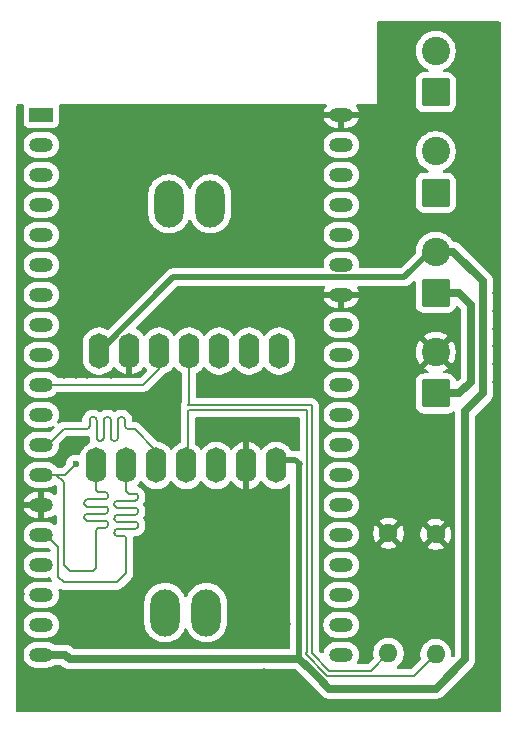
<source format=gbr>
%TF.GenerationSoftware,KiCad,Pcbnew,9.0.0*%
%TF.CreationDate,2025-03-25T17:14:42+01:00*%
%TF.ProjectId,ESP32_speaker_tiny,45535033-325f-4737-9065-616b65725f74,rev?*%
%TF.SameCoordinates,Original*%
%TF.FileFunction,Copper,L1,Top*%
%TF.FilePolarity,Positive*%
%FSLAX46Y46*%
G04 Gerber Fmt 4.6, Leading zero omitted, Abs format (unit mm)*
G04 Created by KiCad (PCBNEW 9.0.0) date 2025-03-25 17:14:42*
%MOMM*%
%LPD*%
G01*
G04 APERTURE LIST*
G04 Aperture macros list*
%AMRoundRect*
0 Rectangle with rounded corners*
0 $1 Rounding radius*
0 $2 $3 $4 $5 $6 $7 $8 $9 X,Y pos of 4 corners*
0 Add a 4 corners polygon primitive as box body*
4,1,4,$2,$3,$4,$5,$6,$7,$8,$9,$2,$3,0*
0 Add four circle primitives for the rounded corners*
1,1,$1+$1,$2,$3*
1,1,$1+$1,$4,$5*
1,1,$1+$1,$6,$7*
1,1,$1+$1,$8,$9*
0 Add four rect primitives between the rounded corners*
20,1,$1+$1,$2,$3,$4,$5,0*
20,1,$1+$1,$4,$5,$6,$7,0*
20,1,$1+$1,$6,$7,$8,$9,0*
20,1,$1+$1,$8,$9,$2,$3,0*%
G04 Aperture macros list end*
%TA.AperFunction,ComponentPad*%
%ADD10RoundRect,0.250001X0.949999X-0.949999X0.949999X0.949999X-0.949999X0.949999X-0.949999X-0.949999X0*%
%TD*%
%TA.AperFunction,ComponentPad*%
%ADD11C,2.400000*%
%TD*%
%TA.AperFunction,ComponentPad*%
%ADD12C,1.600000*%
%TD*%
%TA.AperFunction,ComponentPad*%
%ADD13O,1.600000X1.600000*%
%TD*%
%TA.AperFunction,ComponentPad*%
%ADD14R,2.000000X1.200000*%
%TD*%
%TA.AperFunction,ComponentPad*%
%ADD15O,2.000000X1.200000*%
%TD*%
%TA.AperFunction,ComponentPad*%
%ADD16O,1.750000X3.000000*%
%TD*%
%TA.AperFunction,ComponentPad*%
%ADD17O,2.500000X4.000000*%
%TD*%
%TA.AperFunction,ViaPad*%
%ADD18C,0.500000*%
%TD*%
%TA.AperFunction,ViaPad*%
%ADD19C,0.600000*%
%TD*%
%TA.AperFunction,Conductor*%
%ADD20C,0.200000*%
%TD*%
%TA.AperFunction,Conductor*%
%ADD21C,0.500000*%
%TD*%
%TA.AperFunction,Conductor*%
%ADD22C,0.700000*%
%TD*%
G04 APERTURE END LIST*
D10*
%TO.P,SPEAKER_R,1*%
%TO.N,Net-(AMP_R1-OUTP)*%
X60000000Y-22000000D03*
D11*
%TO.P,SPEAKER_R,2*%
%TO.N,Net-(AMP_R1-OUTN)*%
X60000000Y-18500000D03*
%TD*%
D10*
%TO.P,+ -,1*%
%TO.N,+5V*%
X60000000Y-47500000D03*
D11*
%TO.P,+ -,2*%
%TO.N,GND*%
X60000000Y-44000000D03*
%TD*%
D12*
%TO.P,GAIN_L1,1*%
%TO.N,GND*%
X60000000Y-59420000D03*
D13*
%TO.P,GAIN_L1,2*%
%TO.N,Net-(AMP_L1-GAIN)*%
X60000000Y-69580000D03*
%TD*%
D10*
%TO.P,PWR_SWITCH,1*%
%TO.N,+5V*%
X60000000Y-39000000D03*
D11*
%TO.P,PWR_SWITCH,2*%
%TO.N,Net-(AMP_L1-Vin)*%
X60000000Y-35500000D03*
%TD*%
D14*
%TO.P,U1,1,3V3*%
%TO.N,unconnected-(U1-3V3-Pad1)*%
X26600000Y-23900000D03*
D15*
%TO.P,U1,2,CHIP_PU*%
%TO.N,unconnected-(U1-CHIP_PU-Pad2)*%
X26600000Y-26440000D03*
%TO.P,U1,3,SENSOR_VP/GPIO36/ADC1_CH0*%
%TO.N,unconnected-(U1-SENSOR_VP{slash}GPIO36{slash}ADC1_CH0-Pad3)*%
X26600000Y-28980000D03*
%TO.P,U1,4,SENSOR_VN/GPIO39/ADC1_CH3*%
%TO.N,unconnected-(U1-SENSOR_VN{slash}GPIO39{slash}ADC1_CH3-Pad4)*%
X26600000Y-31520000D03*
%TO.P,U1,5,VDET_1/GPIO34/ADC1_CH6*%
%TO.N,unconnected-(U1-VDET_1{slash}GPIO34{slash}ADC1_CH6-Pad5)*%
X26600000Y-34060000D03*
%TO.P,U1,6,VDET_2/GPIO35/ADC1_CH7*%
%TO.N,unconnected-(U1-VDET_2{slash}GPIO35{slash}ADC1_CH7-Pad6)*%
X26600000Y-36600000D03*
%TO.P,U1,7,32K_XP/GPIO32/ADC1_CH4*%
%TO.N,unconnected-(U1-32K_XP{slash}GPIO32{slash}ADC1_CH4-Pad7)*%
X26600000Y-39140000D03*
%TO.P,U1,8,32K_XN/GPIO33/ADC1_CH5*%
%TO.N,unconnected-(U1-32K_XN{slash}GPIO33{slash}ADC1_CH5-Pad8)*%
X26600000Y-41680000D03*
%TO.P,U1,9,DAC_1/ADC2_CH8/GPIO25*%
%TO.N,Net-(AMP_L1-~{SD_MODE})*%
X26600000Y-44220000D03*
%TO.P,U1,10,DAC_2/ADC2_CH9/GPIO26*%
%TO.N,Net-(AMP_R1-~{SD_MODE})*%
X26600000Y-46760000D03*
%TO.P,U1,11,ADC2_CH7/GPIO27*%
%TO.N,unconnected-(U1-ADC2_CH7{slash}GPIO27-Pad11)*%
X26600000Y-49300000D03*
%TO.P,U1,12,MTMS/GPIO14/ADC2_CH6*%
%TO.N,Net-(AMP_L1-DIN)*%
X26600000Y-51840000D03*
%TO.P,U1,13,MTDI/GPIO12/ADC2_CH5*%
%TO.N,Net-(AMP_L1-LRC)*%
X26600000Y-54380000D03*
%TO.P,U1,14,GND*%
%TO.N,GND*%
X26600000Y-56920000D03*
%TO.P,U1,15,MTCK/GPIO13/ADC2_CH4*%
%TO.N,Net-(AMP_L1-BCLK)*%
X26600000Y-59460000D03*
%TO.P,U1,16,SD_DATA2/GPIO9*%
%TO.N,unconnected-(U1-SD_DATA2{slash}GPIO9-Pad16)*%
X26600000Y-62000000D03*
%TO.P,U1,17,SD_DATA3/GPIO10*%
%TO.N,unconnected-(U1-SD_DATA3{slash}GPIO10-Pad17)*%
X26600000Y-64540000D03*
%TO.P,U1,18,CMD*%
%TO.N,unconnected-(U1-CMD-Pad18)*%
X26600000Y-67080000D03*
%TO.P,U1,19,5V*%
%TO.N,Net-(AMP_L1-Vin)*%
X26600000Y-69620000D03*
%TO.P,U1,20,SD_CLK/GPIO6*%
%TO.N,unconnected-(U1-SD_CLK{slash}GPIO6-Pad20)*%
X51996320Y-69617280D03*
%TO.P,U1,21,SD_DATA0/GPIO7*%
%TO.N,unconnected-(U1-SD_DATA0{slash}GPIO7-Pad21)*%
X51996320Y-67077280D03*
%TO.P,U1,22,SD_DATA1/GPIO8*%
%TO.N,unconnected-(U1-SD_DATA1{slash}GPIO8-Pad22)*%
X52000000Y-64540000D03*
%TO.P,U1,23,MTDO/GPIO15/ADC2_CH3*%
%TO.N,unconnected-(U1-MTDO{slash}GPIO15{slash}ADC2_CH3-Pad23)*%
X52000000Y-62000000D03*
%TO.P,U1,24,ADC2_CH2/GPIO2*%
%TO.N,unconnected-(U1-ADC2_CH2{slash}GPIO2-Pad24)*%
X52000000Y-59460000D03*
%TO.P,U1,25,GPIO0/BOOT/ADC2_CH1*%
%TO.N,unconnected-(U1-GPIO0{slash}BOOT{slash}ADC2_CH1-Pad25)*%
X52000000Y-56920000D03*
%TO.P,U1,26,ADC2_CH0/GPIO4*%
%TO.N,unconnected-(U1-ADC2_CH0{slash}GPIO4-Pad26)*%
X52000000Y-54380000D03*
%TO.P,U1,27,GPIO16*%
%TO.N,unconnected-(U1-GPIO16-Pad27)*%
X52000000Y-51840000D03*
%TO.P,U1,28,GPIO17*%
%TO.N,unconnected-(U1-GPIO17-Pad28)*%
X52000000Y-49300000D03*
%TO.P,U1,29,GPIO5*%
%TO.N,unconnected-(U1-GPIO5-Pad29)*%
X52000000Y-46760000D03*
%TO.P,U1,30,GPIO18*%
%TO.N,unconnected-(U1-GPIO18-Pad30)*%
X52000000Y-44220000D03*
%TO.P,U1,31,GPIO19*%
%TO.N,unconnected-(U1-GPIO19-Pad31)*%
X52000000Y-41680000D03*
%TO.P,U1,32,GND*%
%TO.N,GND*%
X52000000Y-39140000D03*
%TO.P,U1,33,GPIO21*%
%TO.N,unconnected-(U1-GPIO21-Pad33)*%
X52000000Y-36600000D03*
%TO.P,U1,34,U0RXD/GPIO3*%
%TO.N,unconnected-(U1-U0RXD{slash}GPIO3-Pad34)*%
X52000000Y-34060000D03*
%TO.P,U1,35,U0TXD/GPIO1*%
%TO.N,unconnected-(U1-U0TXD{slash}GPIO1-Pad35)*%
X52000000Y-31520000D03*
%TO.P,U1,36,GPIO22*%
%TO.N,unconnected-(U1-GPIO22-Pad36)*%
X52000000Y-28980000D03*
%TO.P,U1,37,GPIO23*%
%TO.N,unconnected-(U1-GPIO23-Pad37)*%
X52000000Y-26440000D03*
%TO.P,U1,38,GND*%
%TO.N,GND*%
X52000000Y-23900000D03*
%TD*%
D12*
%TO.P,GAIN_R1,1*%
%TO.N,GND*%
X56000000Y-59340000D03*
D13*
%TO.P,GAIN_R1,2*%
%TO.N,Net-(AMP_R1-GAIN)*%
X56000000Y-69500000D03*
%TD*%
D10*
%TO.P,SPEAKER_L,1*%
%TO.N,Net-(AMP_L1-OUTP)*%
X60000000Y-30500000D03*
D11*
%TO.P,SPEAKER_L,2*%
%TO.N,Net-(AMP_L1-OUTN)*%
X60000000Y-27000000D03*
%TD*%
D16*
%TO.P,AMP_R1,1,Vin*%
%TO.N,Net-(AMP_L1-Vin)*%
X31500000Y-43907000D03*
%TO.P,AMP_R1,2,GND*%
%TO.N,GND*%
X34040000Y-43907000D03*
%TO.P,AMP_R1,3,~{SD_MODE}*%
%TO.N,Net-(AMP_R1-~{SD_MODE})*%
X36580000Y-43907000D03*
%TO.P,AMP_R1,4,GAIN*%
%TO.N,Net-(AMP_R1-GAIN)*%
X39120000Y-43907000D03*
%TO.P,AMP_R1,5,DIN*%
%TO.N,Net-(AMP_L1-DIN)*%
X41660000Y-43907000D03*
%TO.P,AMP_R1,6,BCLK*%
%TO.N,Net-(AMP_L1-BCLK)*%
X44200000Y-43907000D03*
%TO.P,AMP_R1,7,LRC*%
%TO.N,Net-(AMP_L1-LRC)*%
X46740000Y-43907000D03*
D17*
%TO.P,AMP_R1,8,OUTP*%
%TO.N,Net-(AMP_R1-OUTP)*%
X40920000Y-31453000D03*
%TO.P,AMP_R1,9,OUTN*%
%TO.N,Net-(AMP_R1-OUTN)*%
X37420000Y-31453000D03*
%TD*%
D16*
%TO.P,AMP_L1,1,Vin*%
%TO.N,Net-(AMP_L1-Vin)*%
X46500000Y-53593000D03*
%TO.P,AMP_L1,2,GND*%
%TO.N,GND*%
X43960000Y-53593000D03*
%TO.P,AMP_L1,3,~{SD_MODE}*%
%TO.N,Net-(AMP_L1-~{SD_MODE})*%
X41420000Y-53593000D03*
%TO.P,AMP_L1,4,GAIN*%
%TO.N,Net-(AMP_L1-GAIN)*%
X38880000Y-53593000D03*
%TO.P,AMP_L1,5,DIN*%
%TO.N,Net-(AMP_L1-DIN)*%
X36340000Y-53593000D03*
%TO.P,AMP_L1,6,BCLK*%
%TO.N,Net-(AMP_L1-BCLK)*%
X33800000Y-53593000D03*
%TO.P,AMP_L1,7,LRC*%
%TO.N,Net-(AMP_L1-LRC)*%
X31260000Y-53593000D03*
D17*
%TO.P,AMP_L1,8,OUTP*%
%TO.N,Net-(AMP_L1-OUTP)*%
X37080000Y-66047000D03*
%TO.P,AMP_L1,9,OUTN*%
%TO.N,Net-(AMP_L1-OUTN)*%
X40580000Y-66047000D03*
%TD*%
D18*
%TO.N,GND*%
X32500000Y-46000000D03*
X30500000Y-46000000D03*
X29500000Y-46000000D03*
X28500000Y-46000000D03*
X37500000Y-49000000D03*
X36500000Y-49000000D03*
X35500000Y-49000000D03*
X57000000Y-39000000D03*
X57000000Y-40000000D03*
X57000000Y-41000000D03*
X57000000Y-42000000D03*
X57000000Y-43000000D03*
X57000000Y-44000000D03*
X57000000Y-45000000D03*
X57000000Y-46000000D03*
X57000000Y-47000000D03*
X57000000Y-48000000D03*
X57000000Y-48000000D03*
X57000000Y-49000000D03*
X57500000Y-49500000D03*
X60500000Y-58000000D03*
X60000000Y-57500000D03*
X59500000Y-57000000D03*
X59000000Y-56500000D03*
X58500000Y-56000000D03*
X58000000Y-55500000D03*
X57500000Y-55000000D03*
X57000000Y-54500000D03*
X56500000Y-54000000D03*
X56000000Y-53500000D03*
X55500000Y-53000000D03*
X55000000Y-52500000D03*
X54500000Y-52000000D03*
X54000000Y-51500000D03*
X64500000Y-56000000D03*
X64000000Y-55500000D03*
X60500000Y-52500000D03*
X60000000Y-52000000D03*
X59500000Y-51500000D03*
X59000000Y-51000000D03*
X58500000Y-50500000D03*
X58000000Y-50000000D03*
X65000000Y-71500000D03*
X65000000Y-70500000D03*
X65000000Y-69500000D03*
X65000000Y-68500000D03*
X65000000Y-67500000D03*
X65000000Y-66500000D03*
X65000000Y-65500000D03*
X65000000Y-64500000D03*
X65000000Y-63500000D03*
X65000000Y-62500000D03*
X65000000Y-61500000D03*
X65000000Y-60500000D03*
X65000000Y-59500000D03*
X65000000Y-58500000D03*
X65000000Y-57500000D03*
X61000000Y-68000000D03*
X61000000Y-67000000D03*
X61000000Y-66000000D03*
X61000000Y-65000000D03*
X61000000Y-64000000D03*
X61000000Y-63000000D03*
X61000000Y-62000000D03*
X61000000Y-61000000D03*
X64500000Y-72000000D03*
X64000000Y-72500000D03*
X63500000Y-73000000D03*
X63000000Y-73500000D03*
X47500000Y-67000000D03*
X48500000Y-74000000D03*
X48000000Y-73500000D03*
X47500000Y-73000000D03*
X47000000Y-72500000D03*
X46500000Y-72000000D03*
X46000000Y-71500000D03*
X45500000Y-71000000D03*
X57000000Y-36000000D03*
X57000000Y-35000000D03*
X57000000Y-34000000D03*
X57000000Y-33500000D03*
X57500000Y-33000000D03*
X58000000Y-32500000D03*
X57500000Y-25500000D03*
X57000000Y-25500000D03*
X56000000Y-26000000D03*
X55500000Y-26500000D03*
X55000000Y-27000000D03*
X54500000Y-27500000D03*
X54000000Y-28000000D03*
X50000000Y-24000000D03*
X50000000Y-25000000D03*
X50000000Y-26000000D03*
X50000000Y-27000000D03*
X50000000Y-28000000D03*
X49500000Y-28500000D03*
X49000000Y-29000000D03*
X48500000Y-29500000D03*
X48000000Y-30000000D03*
X47500000Y-30500000D03*
X47000000Y-31000000D03*
X46000000Y-31000000D03*
X45000000Y-31000000D03*
X44000000Y-31000000D03*
X43000000Y-31000000D03*
X37500000Y-28500000D03*
X38000000Y-28000000D03*
X38500000Y-27500000D03*
X45500000Y-27000000D03*
X44500000Y-27000000D03*
X43500000Y-27000000D03*
X42500000Y-27000000D03*
X41500000Y-27000000D03*
X40500000Y-27000000D03*
X39500000Y-27000000D03*
X46000000Y-26500000D03*
X46000000Y-25500000D03*
X46000000Y-24500000D03*
X28500000Y-65500000D03*
X28500000Y-66500000D03*
X28500000Y-67500000D03*
X29000000Y-68000000D03*
X30000000Y-68500000D03*
X31000000Y-68500000D03*
X32000000Y-68500000D03*
X33000000Y-68500000D03*
X34000000Y-68500000D03*
X35000000Y-68500000D03*
X36000000Y-68500000D03*
X37000000Y-56000000D03*
X38000000Y-56000000D03*
X39000000Y-56000000D03*
X40000000Y-56000000D03*
X41000000Y-56000000D03*
X42000000Y-56000000D03*
X43000000Y-56000000D03*
X44000000Y-56000000D03*
X45000000Y-56000000D03*
X46000000Y-56000000D03*
X47000000Y-56000000D03*
X47000000Y-57000000D03*
X47000000Y-58000000D03*
X47000000Y-59000000D03*
X47000000Y-60000000D03*
X47000000Y-61000000D03*
X47000000Y-62000000D03*
X47000000Y-63000000D03*
X47000000Y-64000000D03*
X47000000Y-65000000D03*
X47000000Y-66500000D03*
X46500000Y-66000000D03*
X46000000Y-65500000D03*
X45500000Y-65000000D03*
X44500000Y-64500000D03*
X43500000Y-64500000D03*
X42500000Y-64500000D03*
X47500000Y-51500000D03*
X48000000Y-52000000D03*
X48000000Y-51000000D03*
X48000000Y-50000000D03*
X47000000Y-50000000D03*
X45500000Y-51500000D03*
X45000000Y-51000000D03*
X45500000Y-50500000D03*
X46000000Y-50000000D03*
X42000000Y-51000000D03*
X43000000Y-50000000D03*
X42000000Y-50000000D03*
X41000000Y-50000000D03*
X40000000Y-50000000D03*
X40000000Y-50500000D03*
X40000000Y-51500000D03*
X36000000Y-56000000D03*
X36000000Y-57000000D03*
X36000000Y-58000000D03*
X36000000Y-59000000D03*
X35500000Y-59500000D03*
X35000000Y-60000000D03*
X35000000Y-61000000D03*
X35000000Y-62000000D03*
X35000000Y-63000000D03*
X34500000Y-63500000D03*
X34000000Y-64000000D03*
X33500000Y-64500000D03*
X32500000Y-64500000D03*
X31500000Y-64500000D03*
X30500000Y-64500000D03*
X29500000Y-64500000D03*
X28500000Y-64500000D03*
X49000000Y-74000000D03*
X47000000Y-74000000D03*
X45000000Y-74000000D03*
X43000000Y-74000000D03*
X41000000Y-74000000D03*
X39000000Y-74000000D03*
X37000000Y-74000000D03*
X35000000Y-74000000D03*
X33000000Y-74000000D03*
X31000000Y-74000000D03*
X29000000Y-74000000D03*
X27000000Y-74000000D03*
X25000000Y-74000000D03*
X25000000Y-72000000D03*
X25000000Y-70500000D03*
X25000000Y-68500000D03*
X25000000Y-66500000D03*
X25000000Y-64500000D03*
X25000000Y-62500000D03*
X25000000Y-61000000D03*
X25000000Y-59000000D03*
X25000000Y-57000000D03*
X50000000Y-23500000D03*
X62500000Y-74000000D03*
X63500000Y-74000000D03*
X65000000Y-74000000D03*
X65000000Y-56500000D03*
X65000000Y-55000000D03*
X65000000Y-53500000D03*
X65000000Y-51500000D03*
X65000000Y-50000000D03*
X65000000Y-48500000D03*
X65000000Y-46500000D03*
X65000000Y-45000000D03*
X65000000Y-43500000D03*
X65000000Y-42000000D03*
X65000000Y-40500000D03*
X65000000Y-39000000D03*
X65000000Y-37500000D03*
X65000000Y-36000000D03*
X65000000Y-34500000D03*
X65000000Y-33000000D03*
X65000000Y-31500000D03*
X65000000Y-30000000D03*
X65000000Y-28500000D03*
X65000000Y-27000000D03*
X65000000Y-25500000D03*
X65000000Y-24000000D03*
X65000000Y-22500000D03*
X65000000Y-21000000D03*
X65000000Y-19500000D03*
X65000000Y-18000000D03*
X65000000Y-16500000D03*
X63500000Y-16500000D03*
X61500000Y-16500000D03*
X59500000Y-16500000D03*
X57500000Y-16500000D03*
X55500000Y-16500000D03*
X55500000Y-17000000D03*
X55500000Y-21000000D03*
X55500000Y-22500000D03*
X54500000Y-23500000D03*
X46500000Y-23500000D03*
X44500000Y-23500000D03*
X42500000Y-23500000D03*
X40500000Y-23500000D03*
X38500000Y-23500000D03*
X36500000Y-23500000D03*
X34500000Y-23500000D03*
X32500000Y-23500000D03*
X30500000Y-23500000D03*
X28500000Y-23500000D03*
X25000000Y-25500000D03*
X25000000Y-28000000D03*
X25000000Y-30500000D03*
X25000000Y-33000000D03*
X25000000Y-35500000D03*
X25000000Y-38000000D03*
X25000000Y-40500000D03*
X25000000Y-43000000D03*
X25000000Y-45500000D03*
X25000000Y-48000000D03*
X25000000Y-50500000D03*
X25000000Y-55500000D03*
X25000000Y-53000000D03*
X30500000Y-51500000D03*
X34500000Y-49000000D03*
X35000000Y-49500000D03*
X35500000Y-50000000D03*
X36000000Y-50500000D03*
X36500000Y-51000000D03*
X61000000Y-53000000D03*
D19*
%TO.N,Net-(AMP_L1-LRC)*%
X29500000Y-53500000D03*
%TD*%
D20*
%TO.N,Net-(AMP_L1-LRC)*%
X29500000Y-53500000D02*
X28620000Y-54380000D01*
X28620000Y-54380000D02*
X26600000Y-54380000D01*
X31000000Y-62500000D02*
X29000000Y-62500000D01*
X31260000Y-57669870D02*
X30500000Y-57669870D01*
X29000000Y-62500000D02*
X28500000Y-62000000D01*
X31260000Y-62240000D02*
X31000000Y-62500000D01*
X31260000Y-59229870D02*
X31260000Y-59598053D01*
X32260000Y-58509870D02*
X32260000Y-58629870D01*
X32020000Y-58869870D02*
X31500000Y-58869870D01*
X32020000Y-57669870D02*
X31260000Y-57669870D01*
X31260000Y-59109870D02*
X31260000Y-59229870D01*
X28500000Y-55000000D02*
X27880000Y-54380000D01*
X31500000Y-58269870D02*
X32020000Y-58269870D01*
X28500000Y-62000000D02*
X28500000Y-55000000D01*
X31260000Y-58269870D02*
X31500000Y-58269870D01*
X30260000Y-56709870D02*
X30260000Y-56829870D01*
X31260000Y-59598053D02*
X31260000Y-62240000D01*
X30500000Y-58269870D02*
X31260000Y-58269870D01*
X32260000Y-57309870D02*
X32260000Y-57429870D01*
X32260000Y-56109870D02*
X32260000Y-56229870D01*
X27880000Y-54380000D02*
X26600000Y-54380000D01*
X31260000Y-57069870D02*
X32020000Y-57069870D01*
X31260000Y-56469870D02*
X30500000Y-56469870D01*
X31500000Y-56469870D02*
X31260000Y-56469870D01*
X32020000Y-56469870D02*
X31500000Y-56469870D01*
X31260000Y-53093000D02*
X31260000Y-55629870D01*
X31500000Y-55869870D02*
X32020000Y-55869870D01*
X30500000Y-57069870D02*
X31260000Y-57069870D01*
X30260000Y-57909870D02*
X30260000Y-58029870D01*
X30260000Y-56829870D02*
G75*
G03*
X30500000Y-57069900I240000J-30D01*
G01*
X30260000Y-58029870D02*
G75*
G03*
X30500000Y-58269900I240000J-30D01*
G01*
X32020000Y-57069870D02*
G75*
G02*
X32260030Y-57309870I0J-240030D01*
G01*
X32260000Y-57429870D02*
G75*
G02*
X32020000Y-57669900I-240000J-30D01*
G01*
X31500000Y-58869870D02*
G75*
G03*
X31259970Y-59109870I0J-240030D01*
G01*
X32020000Y-58269870D02*
G75*
G02*
X32260030Y-58509870I0J-240030D01*
G01*
X32260000Y-58629870D02*
G75*
G02*
X32020000Y-58869900I-240000J-30D01*
G01*
X30500000Y-57669870D02*
G75*
G03*
X30259970Y-57909870I0J-240030D01*
G01*
X32260000Y-56229870D02*
G75*
G02*
X32020000Y-56469900I-240000J-30D01*
G01*
X32020000Y-55869870D02*
G75*
G02*
X32260030Y-56109870I0J-240030D01*
G01*
X30500000Y-56469870D02*
G75*
G03*
X30259970Y-56709870I0J-240030D01*
G01*
X31260000Y-55629870D02*
G75*
G03*
X31500000Y-55869900I240000J-30D01*
G01*
%TO.N,Net-(AMP_L1-BCLK)*%
X28000000Y-60500000D02*
X26960000Y-59460000D01*
X34560000Y-58967923D02*
X33800000Y-58967923D01*
X33800000Y-58367923D02*
X34560000Y-58367923D01*
X32800000Y-58007923D02*
X32800000Y-58127923D01*
X33040000Y-58367923D02*
X33800000Y-58367923D01*
X33800000Y-58967923D02*
X33560000Y-58967923D01*
X33560000Y-58967923D02*
X33040000Y-58967923D01*
X34040000Y-56567923D02*
X33800000Y-56567923D01*
X34040000Y-55967923D02*
X34560000Y-55967923D01*
X33800000Y-53093000D02*
X33800000Y-55727923D01*
X34800000Y-58607923D02*
X34800000Y-58727923D01*
X34800000Y-56207923D02*
X34800000Y-56327923D01*
X28000000Y-63000000D02*
X28000000Y-60500000D01*
X34560000Y-57767923D02*
X33800000Y-57767923D01*
X33040000Y-57167923D02*
X33800000Y-57167923D01*
X33800000Y-57767923D02*
X33040000Y-57767923D01*
X32800000Y-56807923D02*
X32800000Y-56927923D01*
X26960000Y-59460000D02*
X26600000Y-59460000D01*
X34560000Y-56567923D02*
X34040000Y-56567923D01*
X33800000Y-56567923D02*
X33040000Y-56567923D01*
X33800000Y-59927923D02*
X33800000Y-60231496D01*
X33800000Y-57167923D02*
X34560000Y-57167923D01*
X33800000Y-59807923D02*
X33800000Y-59927923D01*
X33040000Y-59567923D02*
X33560000Y-59567923D01*
X28500000Y-63500000D02*
X28000000Y-63000000D01*
X34800000Y-57407923D02*
X34800000Y-57527923D01*
X33800000Y-60231496D02*
X33800000Y-62700000D01*
X32800000Y-59207923D02*
X32800000Y-59327923D01*
X33800000Y-62700000D02*
X33000000Y-63500000D01*
X33000000Y-63500000D02*
X28500000Y-63500000D01*
X34800000Y-57527923D02*
G75*
G02*
X34560000Y-57767900I-240000J23D01*
G01*
X32800000Y-58127923D02*
G75*
G03*
X33040000Y-58367900I240000J23D01*
G01*
X32800000Y-56927923D02*
G75*
G03*
X33040000Y-57167900I240000J23D01*
G01*
X33040000Y-57767923D02*
G75*
G03*
X32800023Y-58007923I0J-239977D01*
G01*
X34800000Y-58727923D02*
G75*
G02*
X34560000Y-58967900I-240000J23D01*
G01*
X33040000Y-58967923D02*
G75*
G03*
X32800023Y-59207923I0J-239977D01*
G01*
X34560000Y-57167923D02*
G75*
G02*
X34799977Y-57407923I0J-239977D01*
G01*
X32800000Y-59327923D02*
G75*
G03*
X33040000Y-59567900I240000J23D01*
G01*
X34800000Y-56327923D02*
G75*
G02*
X34560000Y-56567900I-240000J23D01*
G01*
X34560000Y-55967923D02*
G75*
G02*
X34799977Y-56207923I0J-239977D01*
G01*
X33560000Y-59567923D02*
G75*
G02*
X33799977Y-59807923I0J-239977D01*
G01*
X34560000Y-58367923D02*
G75*
G02*
X34799977Y-58607923I0J-239977D01*
G01*
X33800000Y-55727923D02*
G75*
G03*
X34040000Y-55967900I240000J23D01*
G01*
X33040000Y-56567923D02*
G75*
G03*
X32800023Y-56807923I0J-239977D01*
G01*
%TO.N,Net-(AMP_L1-DIN)*%
X33688573Y-49740000D02*
G75*
G03*
X33448573Y-49500027I-239973J0D01*
G01*
X33088573Y-51260000D02*
G75*
G02*
X32848573Y-51499973I-239973J0D01*
G01*
X31528573Y-51500000D02*
G75*
G02*
X31288600Y-51260000I27J240000D01*
G01*
X33328573Y-49500000D02*
G75*
G03*
X33088600Y-49740000I27J-240000D01*
G01*
X31288573Y-49740000D02*
G75*
G03*
X31048573Y-49500027I-239973J0D01*
G01*
X32128573Y-49500000D02*
G75*
G03*
X31888600Y-49740000I27J-240000D01*
G01*
X33928573Y-50500000D02*
G75*
G02*
X33688600Y-50260000I27J240000D01*
G01*
X32728573Y-51500000D02*
G75*
G02*
X32488600Y-51260000I27J240000D01*
G01*
X30688573Y-50260000D02*
G75*
G02*
X30448573Y-50499973I-239973J0D01*
G01*
X31888573Y-51260000D02*
G75*
G02*
X31648573Y-51499973I-239973J0D01*
G01*
X30928573Y-49500000D02*
G75*
G03*
X30688600Y-49740000I27J-240000D01*
G01*
X32488573Y-49740000D02*
G75*
G03*
X32248573Y-49500027I-239973J0D01*
G01*
X30688573Y-49740000D02*
X30688573Y-50260000D01*
X31288573Y-50260000D02*
X31288573Y-49740000D01*
X31888573Y-49740000D02*
X31888573Y-50500000D01*
X31288573Y-50500000D02*
X31288573Y-50260000D01*
X34500000Y-50500000D02*
X33928573Y-50500000D01*
X33088573Y-50260000D02*
X33088573Y-50500000D01*
X31888573Y-50500000D02*
X31888573Y-51260000D01*
X31288573Y-51260000D02*
X31288573Y-50500000D01*
X33688573Y-50260000D02*
X33688573Y-49740000D01*
X27160000Y-51840000D02*
X26600000Y-51840000D01*
X28500000Y-50500000D02*
X27160000Y-51840000D01*
X30086364Y-50500000D02*
X28500000Y-50500000D01*
X33088573Y-49740000D02*
X33088573Y-50260000D01*
X32488573Y-51260000D02*
X32488573Y-50500000D01*
X33088573Y-50500000D02*
X33088573Y-51260000D01*
X30448573Y-50500000D02*
X30328573Y-50500000D01*
X31648573Y-51500000D02*
X31528573Y-51500000D01*
X36340000Y-53093000D02*
X36340000Y-52340000D01*
X33448573Y-49500000D02*
X33328573Y-49500000D01*
X32848573Y-51500000D02*
X32728573Y-51500000D01*
X36340000Y-52340000D02*
X34500000Y-50500000D01*
X32248573Y-49500000D02*
X32128573Y-49500000D01*
X31048573Y-49500000D02*
X30928573Y-49500000D01*
X30328573Y-50500000D02*
X30086364Y-50500000D01*
X32488573Y-50500000D02*
X32488573Y-49740000D01*
%TO.N,Net-(AMP_R1-~{SD_MODE})*%
X35240000Y-46760000D02*
X26600000Y-46760000D01*
X36580000Y-45420000D02*
X35240000Y-46760000D01*
X36580000Y-44407000D02*
X36580000Y-45420000D01*
D21*
%TO.N,Net-(AMP_L1-Vin)*%
X57349000Y-37651000D02*
X59500000Y-35500000D01*
X59500000Y-35500000D02*
X60000000Y-35500000D01*
X37795753Y-37651000D02*
X57349000Y-37651000D01*
X31500000Y-43946753D02*
X37795753Y-37651000D01*
X31500000Y-44407000D02*
X31500000Y-43946753D01*
D20*
%TO.N,Net-(AMP_L1-GAIN)*%
X60000000Y-69580000D02*
X58179000Y-71401000D01*
X39000000Y-52973000D02*
X38880000Y-53093000D01*
X39099000Y-48901000D02*
X39000000Y-49000000D01*
X50833900Y-71401000D02*
X49000000Y-69567100D01*
X49099000Y-69401000D02*
X49099000Y-48901000D01*
X39000000Y-49000000D02*
X39000000Y-52973000D01*
X49099000Y-48901000D02*
X39099000Y-48901000D01*
X58179000Y-71401000D02*
X50833900Y-71401000D01*
X49000000Y-69500000D02*
X49099000Y-69401000D01*
X49000000Y-69567100D02*
X49000000Y-69500000D01*
D21*
%TO.N,Net-(AMP_L1-Vin)*%
X46500000Y-53093000D02*
X48093000Y-53093000D01*
D22*
X64000000Y-47500000D02*
X64000000Y-38000000D01*
D21*
X48449000Y-53551000D02*
X48449000Y-69949000D01*
D22*
X50000000Y-71500000D02*
X51000000Y-72500000D01*
X29051000Y-69949000D02*
X29000000Y-70000000D01*
X60000000Y-72500000D02*
X62500000Y-70000000D01*
X49500000Y-71000000D02*
X49512246Y-71000000D01*
X51000000Y-72500000D02*
X60000000Y-72500000D01*
X64000000Y-38000000D02*
X61500000Y-35500000D01*
X49512246Y-71000000D02*
X50000000Y-71487754D01*
X62500000Y-49000000D02*
X64000000Y-47500000D01*
D21*
X48500000Y-53500000D02*
X48449000Y-53551000D01*
D22*
X50000000Y-71487754D02*
X50000000Y-71500000D01*
X29000000Y-70000000D02*
X28620000Y-69620000D01*
X48449000Y-69949000D02*
X49500000Y-71000000D01*
X48449000Y-69949000D02*
X29051000Y-69949000D01*
X28620000Y-69620000D02*
X26600000Y-69620000D01*
X62500000Y-70000000D02*
X62500000Y-49000000D01*
X61500000Y-35500000D02*
X60000000Y-35500000D01*
D21*
X48093000Y-53093000D02*
X48500000Y-53500000D01*
D20*
%TO.N,Net-(AMP_R1-GAIN)*%
X56000000Y-69500000D02*
X54500000Y-71000000D01*
X54500000Y-71000000D02*
X51000000Y-71000000D01*
X39000000Y-48500000D02*
X39120000Y-48380000D01*
X49500000Y-48500000D02*
X39000000Y-48500000D01*
X49500000Y-69500000D02*
X49500000Y-48500000D01*
X51000000Y-71000000D02*
X49500000Y-69500000D01*
X39120000Y-48380000D02*
X39120000Y-44407000D01*
D22*
%TO.N,+5V*%
X63000000Y-46500000D02*
X63000000Y-40000000D01*
X62000000Y-39000000D02*
X60000000Y-39000000D01*
X62000000Y-47500000D02*
X63000000Y-46500000D01*
X60000000Y-47500000D02*
X62000000Y-47500000D01*
X63000000Y-40000000D02*
X62000000Y-39000000D01*
%TD*%
%TA.AperFunction,Conductor*%
%TO.N,GND*%
G36*
X58218833Y-37945047D02*
G01*
X58274767Y-37986918D01*
X58299184Y-38052382D01*
X58299500Y-38061229D01*
X58299500Y-40000015D01*
X58310000Y-40102795D01*
X58310001Y-40102797D01*
X58328914Y-40159873D01*
X58365186Y-40269335D01*
X58365187Y-40269337D01*
X58457286Y-40418651D01*
X58457289Y-40418655D01*
X58581344Y-40542710D01*
X58581348Y-40542713D01*
X58730662Y-40634812D01*
X58730664Y-40634813D01*
X58730666Y-40634814D01*
X58897203Y-40689999D01*
X58999992Y-40700500D01*
X58999997Y-40700500D01*
X61000003Y-40700500D01*
X61000008Y-40700500D01*
X61102797Y-40689999D01*
X61269334Y-40634814D01*
X61418655Y-40542711D01*
X61542711Y-40418655D01*
X61634814Y-40269334D01*
X61679034Y-40135884D01*
X61718805Y-40078442D01*
X61783320Y-40051618D01*
X61852096Y-40063933D01*
X61884420Y-40087209D01*
X62113181Y-40315970D01*
X62146666Y-40377293D01*
X62149500Y-40403651D01*
X62149500Y-46096349D01*
X62129815Y-46163388D01*
X62113181Y-46184030D01*
X61884420Y-46412790D01*
X61823097Y-46446275D01*
X61753405Y-46441291D01*
X61697472Y-46399419D01*
X61679034Y-46364115D01*
X61634814Y-46230666D01*
X61606048Y-46184030D01*
X61542713Y-46081348D01*
X61542710Y-46081344D01*
X61418655Y-45957289D01*
X61418651Y-45957286D01*
X61269337Y-45865187D01*
X61269335Y-45865186D01*
X61160280Y-45829049D01*
X61102797Y-45810001D01*
X61102795Y-45810000D01*
X61000015Y-45799500D01*
X61000008Y-45799500D01*
X60721326Y-45799500D01*
X60654287Y-45779815D01*
X60608532Y-45727011D01*
X60598588Y-45657853D01*
X60627613Y-45594297D01*
X60673873Y-45560939D01*
X60753502Y-45527954D01*
X60753514Y-45527949D01*
X60946498Y-45416530D01*
X61012403Y-45365957D01*
X61012404Y-45365956D01*
X60211059Y-44564612D01*
X60231591Y-44559111D01*
X60368408Y-44480119D01*
X60480119Y-44368408D01*
X60559111Y-44231591D01*
X60564612Y-44211059D01*
X61365956Y-45012404D01*
X61365957Y-45012403D01*
X61416530Y-44946498D01*
X61527949Y-44753514D01*
X61527954Y-44753502D01*
X61613236Y-44547618D01*
X61670911Y-44332367D01*
X61670914Y-44332354D01*
X61700000Y-44111424D01*
X61700000Y-43888575D01*
X61670914Y-43667645D01*
X61670911Y-43667632D01*
X61613236Y-43452381D01*
X61527954Y-43246497D01*
X61527949Y-43246485D01*
X61416533Y-43053507D01*
X61365956Y-42987595D01*
X61365955Y-42987595D01*
X60564612Y-43788939D01*
X60559111Y-43768409D01*
X60480119Y-43631592D01*
X60368408Y-43519881D01*
X60231591Y-43440889D01*
X60211058Y-43435387D01*
X61012403Y-42634043D01*
X61012403Y-42634040D01*
X60946504Y-42583473D01*
X60946491Y-42583464D01*
X60753520Y-42472054D01*
X60753502Y-42472045D01*
X60547618Y-42386763D01*
X60332367Y-42329088D01*
X60332354Y-42329085D01*
X60111425Y-42300000D01*
X59888575Y-42300000D01*
X59667645Y-42329085D01*
X59667632Y-42329088D01*
X59452381Y-42386763D01*
X59246497Y-42472045D01*
X59246479Y-42472054D01*
X59053511Y-42583462D01*
X58987595Y-42634042D01*
X59788941Y-43435387D01*
X59768409Y-43440889D01*
X59631592Y-43519881D01*
X59519881Y-43631592D01*
X59440889Y-43768409D01*
X59435387Y-43788940D01*
X58634042Y-42987595D01*
X58583462Y-43053511D01*
X58472054Y-43246479D01*
X58472045Y-43246497D01*
X58386763Y-43452381D01*
X58329088Y-43667632D01*
X58329085Y-43667645D01*
X58300000Y-43888575D01*
X58300000Y-44111424D01*
X58329085Y-44332354D01*
X58329088Y-44332367D01*
X58386763Y-44547618D01*
X58472045Y-44753502D01*
X58472054Y-44753520D01*
X58583464Y-44946491D01*
X58583473Y-44946504D01*
X58634040Y-45012403D01*
X58634043Y-45012403D01*
X59435387Y-44211058D01*
X59440889Y-44231591D01*
X59519881Y-44368408D01*
X59631592Y-44480119D01*
X59768409Y-44559111D01*
X59788940Y-44564612D01*
X58987595Y-45365955D01*
X58987595Y-45365956D01*
X59053507Y-45416533D01*
X59246485Y-45527949D01*
X59246497Y-45527954D01*
X59326127Y-45560939D01*
X59380531Y-45604780D01*
X59402595Y-45671075D01*
X59385315Y-45738774D01*
X59334178Y-45786384D01*
X59278674Y-45799500D01*
X58999984Y-45799500D01*
X58897204Y-45810000D01*
X58897203Y-45810001D01*
X58730664Y-45865186D01*
X58730662Y-45865187D01*
X58581348Y-45957286D01*
X58581344Y-45957289D01*
X58457289Y-46081344D01*
X58457286Y-46081348D01*
X58365187Y-46230662D01*
X58365186Y-46230664D01*
X58310001Y-46397203D01*
X58310000Y-46397204D01*
X58299500Y-46499984D01*
X58299500Y-48500015D01*
X58310000Y-48602795D01*
X58310001Y-48602796D01*
X58365186Y-48769335D01*
X58365187Y-48769337D01*
X58457286Y-48918651D01*
X58457289Y-48918655D01*
X58581344Y-49042710D01*
X58581348Y-49042713D01*
X58730662Y-49134812D01*
X58730664Y-49134813D01*
X58730666Y-49134814D01*
X58897203Y-49189999D01*
X58999992Y-49200500D01*
X58999997Y-49200500D01*
X61000003Y-49200500D01*
X61000008Y-49200500D01*
X61102797Y-49189999D01*
X61269334Y-49134814D01*
X61418655Y-49042711D01*
X61437819Y-49023547D01*
X61499142Y-48990062D01*
X61568834Y-48995046D01*
X61624767Y-49036918D01*
X61649184Y-49102382D01*
X61649500Y-49111228D01*
X61649500Y-69596348D01*
X61629815Y-69663387D01*
X61613181Y-69684030D01*
X61511194Y-69786016D01*
X61449871Y-69819500D01*
X61380179Y-69814516D01*
X61324246Y-69772644D01*
X61299829Y-69707179D01*
X61300689Y-69687248D01*
X61300118Y-69687203D01*
X61300500Y-69682352D01*
X61300500Y-69477648D01*
X61268477Y-69275465D01*
X61205218Y-69080776D01*
X61143358Y-68959371D01*
X61112287Y-68898390D01*
X61088970Y-68866296D01*
X60991971Y-68732786D01*
X60847213Y-68588028D01*
X60681613Y-68467715D01*
X60681612Y-68467714D01*
X60681610Y-68467713D01*
X60624653Y-68438691D01*
X60499223Y-68374781D01*
X60304534Y-68311522D01*
X60129995Y-68283878D01*
X60102352Y-68279500D01*
X59897648Y-68279500D01*
X59873329Y-68283351D01*
X59695465Y-68311522D01*
X59500776Y-68374781D01*
X59318386Y-68467715D01*
X59152786Y-68588028D01*
X59008028Y-68732786D01*
X58887715Y-68898386D01*
X58794781Y-69080776D01*
X58731522Y-69275465D01*
X58706616Y-69432720D01*
X58699500Y-69477648D01*
X58699500Y-69682352D01*
X58703342Y-69706610D01*
X58731522Y-69884534D01*
X58736173Y-69898848D01*
X58738165Y-69968690D01*
X58705921Y-70024842D01*
X57966584Y-70764181D01*
X57905261Y-70797666D01*
X57878903Y-70800500D01*
X56804191Y-70800500D01*
X56737152Y-70780815D01*
X56691397Y-70728011D01*
X56681453Y-70658853D01*
X56710478Y-70595297D01*
X56731306Y-70576182D01*
X56847212Y-70491971D01*
X56847210Y-70491971D01*
X56847219Y-70491966D01*
X56991966Y-70347219D01*
X56991968Y-70347215D01*
X56991971Y-70347213D01*
X57063998Y-70248074D01*
X57112287Y-70181610D01*
X57205220Y-69999219D01*
X57268477Y-69804534D01*
X57300500Y-69602352D01*
X57300500Y-69397648D01*
X57268808Y-69197555D01*
X57268477Y-69195465D01*
X57233330Y-69087294D01*
X57205220Y-69000781D01*
X57205218Y-69000778D01*
X57205218Y-69000776D01*
X57171503Y-68934607D01*
X57112287Y-68818390D01*
X57104556Y-68807749D01*
X56991971Y-68652786D01*
X56847213Y-68508028D01*
X56681613Y-68387715D01*
X56681612Y-68387714D01*
X56681610Y-68387713D01*
X56624653Y-68358691D01*
X56499223Y-68294781D01*
X56304534Y-68231522D01*
X56129995Y-68203878D01*
X56102352Y-68199500D01*
X55897648Y-68199500D01*
X55873329Y-68203351D01*
X55695465Y-68231522D01*
X55500776Y-68294781D01*
X55318386Y-68387715D01*
X55152786Y-68508028D01*
X55008028Y-68652786D01*
X54887715Y-68818386D01*
X54794781Y-69000776D01*
X54731522Y-69195465D01*
X54705529Y-69359581D01*
X54699500Y-69397648D01*
X54699500Y-69602352D01*
X54716013Y-69706610D01*
X54731523Y-69804534D01*
X54736172Y-69818843D01*
X54738167Y-69888684D01*
X54705922Y-69944842D01*
X54287584Y-70363181D01*
X54226261Y-70396666D01*
X54199903Y-70399500D01*
X53431661Y-70399500D01*
X53364622Y-70379815D01*
X53318867Y-70327011D01*
X53308923Y-70257853D01*
X53331343Y-70202615D01*
X53337549Y-70194072D01*
X53337548Y-70194072D01*
X53337552Y-70194068D01*
X53416193Y-70039725D01*
X53469722Y-69874981D01*
X53496820Y-69703891D01*
X53496820Y-69530669D01*
X53469722Y-69359579D01*
X53416193Y-69194835D01*
X53337552Y-69040492D01*
X53235734Y-68900352D01*
X53113248Y-68777866D01*
X52973108Y-68676048D01*
X52818765Y-68597407D01*
X52654021Y-68543878D01*
X52654019Y-68543877D01*
X52654018Y-68543877D01*
X52500104Y-68519500D01*
X52482931Y-68516780D01*
X51509709Y-68516780D01*
X51492536Y-68519500D01*
X51338622Y-68543877D01*
X51173872Y-68597408D01*
X51019531Y-68676048D01*
X50941446Y-68732781D01*
X50879392Y-68777866D01*
X50879390Y-68777868D01*
X50879389Y-68777868D01*
X50756908Y-68900349D01*
X50756908Y-68900350D01*
X50756906Y-68900352D01*
X50754930Y-68903072D01*
X50655088Y-69040491D01*
X50576448Y-69194832D01*
X50522917Y-69359581D01*
X50518041Y-69390370D01*
X50512648Y-69401745D01*
X50511750Y-69414305D01*
X50497963Y-69432720D01*
X50488111Y-69453504D01*
X50477423Y-69460158D01*
X50469878Y-69470238D01*
X50448327Y-69478276D01*
X50428800Y-69490435D01*
X50416210Y-69490255D01*
X50404414Y-69494655D01*
X50381937Y-69489765D01*
X50358937Y-69489437D01*
X50346809Y-69482123D01*
X50336141Y-69479803D01*
X50307887Y-69458652D01*
X50136819Y-69287584D01*
X50103334Y-69226261D01*
X50100500Y-69199903D01*
X50100500Y-66990669D01*
X50495820Y-66990669D01*
X50495820Y-67163891D01*
X50522918Y-67334981D01*
X50576447Y-67499725D01*
X50655088Y-67654068D01*
X50756906Y-67794208D01*
X50879392Y-67916694D01*
X51019532Y-68018512D01*
X51173875Y-68097153D01*
X51338619Y-68150682D01*
X51509709Y-68177780D01*
X51509710Y-68177780D01*
X52482930Y-68177780D01*
X52482931Y-68177780D01*
X52654021Y-68150682D01*
X52818765Y-68097153D01*
X52973108Y-68018512D01*
X53113248Y-67916694D01*
X53235734Y-67794208D01*
X53337552Y-67654068D01*
X53416193Y-67499725D01*
X53469722Y-67334981D01*
X53496820Y-67163891D01*
X53496820Y-66990669D01*
X53469722Y-66819579D01*
X53416193Y-66654835D01*
X53337552Y-66500492D01*
X53235734Y-66360352D01*
X53113248Y-66237866D01*
X52973108Y-66136048D01*
X52818765Y-66057407D01*
X52654021Y-66003878D01*
X52654019Y-66003877D01*
X52654018Y-66003877D01*
X52500104Y-65979500D01*
X52482931Y-65976780D01*
X51509709Y-65976780D01*
X51492536Y-65979500D01*
X51338622Y-66003877D01*
X51173872Y-66057408D01*
X51019531Y-66136048D01*
X50939576Y-66194139D01*
X50879392Y-66237866D01*
X50879390Y-66237868D01*
X50879389Y-66237868D01*
X50756908Y-66360349D01*
X50756908Y-66360350D01*
X50756906Y-66360352D01*
X50754930Y-66363072D01*
X50655088Y-66500491D01*
X50576448Y-66654832D01*
X50522917Y-66819582D01*
X50495820Y-66990669D01*
X50100500Y-66990669D01*
X50100500Y-64453389D01*
X50499500Y-64453389D01*
X50499500Y-64626610D01*
X50518645Y-64747491D01*
X50526598Y-64797701D01*
X50580127Y-64962445D01*
X50658768Y-65116788D01*
X50760586Y-65256928D01*
X50883072Y-65379414D01*
X51023212Y-65481232D01*
X51177555Y-65559873D01*
X51342299Y-65613402D01*
X51513389Y-65640500D01*
X51513390Y-65640500D01*
X52486610Y-65640500D01*
X52486611Y-65640500D01*
X52657701Y-65613402D01*
X52822445Y-65559873D01*
X52976788Y-65481232D01*
X53116928Y-65379414D01*
X53239414Y-65256928D01*
X53341232Y-65116788D01*
X53419873Y-64962445D01*
X53473402Y-64797701D01*
X53500500Y-64626611D01*
X53500500Y-64453389D01*
X53473402Y-64282299D01*
X53419873Y-64117555D01*
X53341232Y-63963212D01*
X53239414Y-63823072D01*
X53116928Y-63700586D01*
X52976788Y-63598768D01*
X52822445Y-63520127D01*
X52657701Y-63466598D01*
X52657699Y-63466597D01*
X52657698Y-63466597D01*
X52526271Y-63445781D01*
X52486611Y-63439500D01*
X51513389Y-63439500D01*
X51473728Y-63445781D01*
X51342302Y-63466597D01*
X51177552Y-63520128D01*
X51023211Y-63598768D01*
X50972184Y-63635842D01*
X50883072Y-63700586D01*
X50883070Y-63700588D01*
X50883069Y-63700588D01*
X50760588Y-63823069D01*
X50760588Y-63823070D01*
X50760586Y-63823072D01*
X50734845Y-63858501D01*
X50658768Y-63963211D01*
X50580128Y-64117552D01*
X50526597Y-64282302D01*
X50499500Y-64453389D01*
X50100500Y-64453389D01*
X50100500Y-61913389D01*
X50499500Y-61913389D01*
X50499500Y-62086611D01*
X50526598Y-62257701D01*
X50580127Y-62422445D01*
X50658768Y-62576788D01*
X50760586Y-62716928D01*
X50883072Y-62839414D01*
X51023212Y-62941232D01*
X51177555Y-63019873D01*
X51342299Y-63073402D01*
X51513389Y-63100500D01*
X51513390Y-63100500D01*
X52486610Y-63100500D01*
X52486611Y-63100500D01*
X52657701Y-63073402D01*
X52822445Y-63019873D01*
X52976788Y-62941232D01*
X53116928Y-62839414D01*
X53239414Y-62716928D01*
X53341232Y-62576788D01*
X53419873Y-62422445D01*
X53473402Y-62257701D01*
X53500500Y-62086611D01*
X53500500Y-61913389D01*
X53473402Y-61742299D01*
X53419873Y-61577555D01*
X53341232Y-61423212D01*
X53239414Y-61283072D01*
X53116928Y-61160586D01*
X52976788Y-61058768D01*
X52822445Y-60980127D01*
X52657701Y-60926598D01*
X52657699Y-60926597D01*
X52657698Y-60926597D01*
X52526271Y-60905781D01*
X52486611Y-60899500D01*
X51513389Y-60899500D01*
X51473728Y-60905781D01*
X51342302Y-60926597D01*
X51177552Y-60980128D01*
X51023211Y-61058768D01*
X50943256Y-61116859D01*
X50883072Y-61160586D01*
X50883070Y-61160588D01*
X50883069Y-61160588D01*
X50760588Y-61283069D01*
X50760588Y-61283070D01*
X50760586Y-61283072D01*
X50716859Y-61343256D01*
X50658768Y-61423211D01*
X50580128Y-61577552D01*
X50526597Y-61742302D01*
X50504697Y-61880577D01*
X50499500Y-61913389D01*
X50100500Y-61913389D01*
X50100500Y-59373389D01*
X50499500Y-59373389D01*
X50499500Y-59546610D01*
X50520432Y-59678774D01*
X50526598Y-59717701D01*
X50580127Y-59882445D01*
X50658768Y-60036788D01*
X50760586Y-60176928D01*
X50883072Y-60299414D01*
X51023212Y-60401232D01*
X51177555Y-60479873D01*
X51342299Y-60533402D01*
X51513389Y-60560500D01*
X51513390Y-60560500D01*
X52486610Y-60560500D01*
X52486611Y-60560500D01*
X52657701Y-60533402D01*
X52822445Y-60479873D01*
X52976788Y-60401232D01*
X53116928Y-60299414D01*
X53239414Y-60176928D01*
X53341232Y-60036788D01*
X53419873Y-59882445D01*
X53473402Y-59717701D01*
X53500500Y-59546611D01*
X53500500Y-59373389D01*
X53483131Y-59263723D01*
X53481308Y-59252214D01*
X53479006Y-59237682D01*
X54700000Y-59237682D01*
X54700000Y-59442317D01*
X54732009Y-59644417D01*
X54795244Y-59839031D01*
X54888141Y-60021350D01*
X54888147Y-60021359D01*
X54920523Y-60065921D01*
X54920524Y-60065922D01*
X55600000Y-59386446D01*
X55600000Y-59392661D01*
X55627259Y-59494394D01*
X55679920Y-59585606D01*
X55754394Y-59660080D01*
X55845606Y-59712741D01*
X55947339Y-59740000D01*
X55953553Y-59740000D01*
X55274076Y-60419474D01*
X55318650Y-60451859D01*
X55500968Y-60544755D01*
X55695582Y-60607990D01*
X55897683Y-60640000D01*
X56102317Y-60640000D01*
X56304417Y-60607990D01*
X56499031Y-60544755D01*
X56681349Y-60451859D01*
X56725921Y-60419474D01*
X56725922Y-60419474D01*
X56046447Y-59740000D01*
X56052661Y-59740000D01*
X56154394Y-59712741D01*
X56245606Y-59660080D01*
X56320080Y-59585606D01*
X56372741Y-59494394D01*
X56400000Y-59392661D01*
X56400000Y-59386447D01*
X57079474Y-60065921D01*
X57111859Y-60021349D01*
X57204755Y-59839031D01*
X57267990Y-59644417D01*
X57300000Y-59442317D01*
X57300000Y-59317682D01*
X58700000Y-59317682D01*
X58700000Y-59522317D01*
X58732009Y-59724417D01*
X58795244Y-59919031D01*
X58888141Y-60101350D01*
X58888147Y-60101359D01*
X58920523Y-60145921D01*
X58920524Y-60145922D01*
X59600000Y-59466446D01*
X59600000Y-59472661D01*
X59627259Y-59574394D01*
X59679920Y-59665606D01*
X59754394Y-59740080D01*
X59845606Y-59792741D01*
X59947339Y-59820000D01*
X59953553Y-59820000D01*
X59274076Y-60499474D01*
X59318650Y-60531859D01*
X59500968Y-60624755D01*
X59695582Y-60687990D01*
X59897683Y-60720000D01*
X60102317Y-60720000D01*
X60304417Y-60687990D01*
X60499031Y-60624755D01*
X60681349Y-60531859D01*
X60725921Y-60499474D01*
X60046447Y-59820000D01*
X60052661Y-59820000D01*
X60154394Y-59792741D01*
X60245606Y-59740080D01*
X60320080Y-59665606D01*
X60372741Y-59574394D01*
X60400000Y-59472661D01*
X60400000Y-59466447D01*
X61079474Y-60145921D01*
X61111859Y-60101349D01*
X61204755Y-59919031D01*
X61267990Y-59724417D01*
X61300000Y-59522317D01*
X61300000Y-59317682D01*
X61267990Y-59115582D01*
X61204755Y-58920968D01*
X61111859Y-58738650D01*
X61079474Y-58694077D01*
X61079474Y-58694076D01*
X60400000Y-59373551D01*
X60400000Y-59367339D01*
X60372741Y-59265606D01*
X60320080Y-59174394D01*
X60245606Y-59099920D01*
X60154394Y-59047259D01*
X60052661Y-59020000D01*
X60046446Y-59020000D01*
X60725922Y-58340524D01*
X60725921Y-58340523D01*
X60681359Y-58308147D01*
X60681350Y-58308141D01*
X60499031Y-58215244D01*
X60304417Y-58152009D01*
X60102317Y-58120000D01*
X59897683Y-58120000D01*
X59695582Y-58152009D01*
X59500968Y-58215244D01*
X59318644Y-58308143D01*
X59274077Y-58340523D01*
X59274077Y-58340524D01*
X59953554Y-59020000D01*
X59947339Y-59020000D01*
X59845606Y-59047259D01*
X59754394Y-59099920D01*
X59679920Y-59174394D01*
X59627259Y-59265606D01*
X59600000Y-59367339D01*
X59600000Y-59373553D01*
X58920524Y-58694077D01*
X58920523Y-58694077D01*
X58888143Y-58738644D01*
X58795244Y-58920968D01*
X58732009Y-59115582D01*
X58700000Y-59317682D01*
X57300000Y-59317682D01*
X57300000Y-59237682D01*
X57267990Y-59035582D01*
X57204755Y-58840968D01*
X57111859Y-58658650D01*
X57079474Y-58614077D01*
X57079474Y-58614076D01*
X56400000Y-59293551D01*
X56400000Y-59287339D01*
X56372741Y-59185606D01*
X56320080Y-59094394D01*
X56245606Y-59019920D01*
X56154394Y-58967259D01*
X56052661Y-58940000D01*
X56046446Y-58940000D01*
X56686345Y-58300102D01*
X56725922Y-58260524D01*
X56725921Y-58260523D01*
X56681359Y-58228147D01*
X56681350Y-58228141D01*
X56499031Y-58135244D01*
X56304417Y-58072009D01*
X56102317Y-58040000D01*
X55897683Y-58040000D01*
X55695582Y-58072009D01*
X55500968Y-58135244D01*
X55318644Y-58228143D01*
X55274077Y-58260523D01*
X55274077Y-58260524D01*
X55953554Y-58940000D01*
X55947339Y-58940000D01*
X55845606Y-58967259D01*
X55754394Y-59019920D01*
X55679920Y-59094394D01*
X55627259Y-59185606D01*
X55600000Y-59287339D01*
X55600000Y-59293553D01*
X54920524Y-58614077D01*
X54920523Y-58614077D01*
X54888143Y-58658644D01*
X54795244Y-58840968D01*
X54732009Y-59035582D01*
X54700000Y-59237682D01*
X53479006Y-59237682D01*
X53473402Y-59202302D01*
X53473402Y-59202299D01*
X53419873Y-59037555D01*
X53341232Y-58883212D01*
X53239414Y-58743072D01*
X53116928Y-58620586D01*
X52976788Y-58518768D01*
X52822445Y-58440127D01*
X52657701Y-58386598D01*
X52657699Y-58386597D01*
X52657698Y-58386597D01*
X52526271Y-58365781D01*
X52486611Y-58359500D01*
X51513389Y-58359500D01*
X51473728Y-58365781D01*
X51342302Y-58386597D01*
X51177552Y-58440128D01*
X51023211Y-58518768D01*
X51009313Y-58528866D01*
X50883072Y-58620586D01*
X50883070Y-58620588D01*
X50883069Y-58620588D01*
X50760588Y-58743069D01*
X50760588Y-58743070D01*
X50760586Y-58743072D01*
X50737607Y-58774700D01*
X50658768Y-58883211D01*
X50580128Y-59037552D01*
X50526597Y-59202302D01*
X50499500Y-59373389D01*
X50100500Y-59373389D01*
X50100500Y-56833389D01*
X50499500Y-56833389D01*
X50499500Y-57006611D01*
X50507677Y-57058239D01*
X50524238Y-57162805D01*
X50526598Y-57177701D01*
X50580127Y-57342445D01*
X50658768Y-57496788D01*
X50760586Y-57636928D01*
X50883072Y-57759414D01*
X51023212Y-57861232D01*
X51177555Y-57939873D01*
X51342299Y-57993402D01*
X51513389Y-58020500D01*
X51513390Y-58020500D01*
X52486610Y-58020500D01*
X52486611Y-58020500D01*
X52657701Y-57993402D01*
X52822445Y-57939873D01*
X52976788Y-57861232D01*
X53116928Y-57759414D01*
X53239414Y-57636928D01*
X53341232Y-57496788D01*
X53419873Y-57342445D01*
X53473402Y-57177701D01*
X53500500Y-57006611D01*
X53500500Y-56833389D01*
X53473402Y-56662299D01*
X53419873Y-56497555D01*
X53341232Y-56343212D01*
X53239414Y-56203072D01*
X53116928Y-56080586D01*
X52976788Y-55978768D01*
X52822445Y-55900127D01*
X52657701Y-55846598D01*
X52657699Y-55846597D01*
X52657698Y-55846597D01*
X52526271Y-55825781D01*
X52486611Y-55819500D01*
X51513389Y-55819500D01*
X51473728Y-55825781D01*
X51342302Y-55846597D01*
X51177552Y-55900128D01*
X51023211Y-55978768D01*
X50943256Y-56036859D01*
X50883072Y-56080586D01*
X50883070Y-56080588D01*
X50883069Y-56080588D01*
X50760588Y-56203069D01*
X50760588Y-56203070D01*
X50760586Y-56203072D01*
X50722830Y-56255038D01*
X50658768Y-56343211D01*
X50580128Y-56497552D01*
X50526597Y-56662302D01*
X50510236Y-56765606D01*
X50499500Y-56833389D01*
X50100500Y-56833389D01*
X50100500Y-54293389D01*
X50499500Y-54293389D01*
X50499500Y-54466611D01*
X50526598Y-54637701D01*
X50580127Y-54802445D01*
X50658768Y-54956788D01*
X50760586Y-55096928D01*
X50883072Y-55219414D01*
X51023212Y-55321232D01*
X51177555Y-55399873D01*
X51342299Y-55453402D01*
X51513389Y-55480500D01*
X51513390Y-55480500D01*
X52486610Y-55480500D01*
X52486611Y-55480500D01*
X52657701Y-55453402D01*
X52822445Y-55399873D01*
X52976788Y-55321232D01*
X53116928Y-55219414D01*
X53239414Y-55096928D01*
X53341232Y-54956788D01*
X53419873Y-54802445D01*
X53473402Y-54637701D01*
X53500500Y-54466611D01*
X53500500Y-54293389D01*
X53473402Y-54122299D01*
X53419873Y-53957555D01*
X53341232Y-53803212D01*
X53239414Y-53663072D01*
X53116928Y-53540586D01*
X52976788Y-53438768D01*
X52822445Y-53360127D01*
X52657701Y-53306598D01*
X52657699Y-53306597D01*
X52657698Y-53306597D01*
X52526271Y-53285781D01*
X52486611Y-53279500D01*
X51513389Y-53279500D01*
X51473728Y-53285781D01*
X51342302Y-53306597D01*
X51177552Y-53360128D01*
X51023211Y-53438768D01*
X50959113Y-53485339D01*
X50883072Y-53540586D01*
X50883070Y-53540588D01*
X50883069Y-53540588D01*
X50760588Y-53663069D01*
X50760588Y-53663070D01*
X50760586Y-53663072D01*
X50716859Y-53723256D01*
X50658768Y-53803211D01*
X50580128Y-53957552D01*
X50526597Y-54122302D01*
X50502719Y-54273067D01*
X50499500Y-54293389D01*
X50100500Y-54293389D01*
X50100500Y-51753389D01*
X50499500Y-51753389D01*
X50499500Y-51926610D01*
X50522514Y-52071920D01*
X50526598Y-52097701D01*
X50572115Y-52237788D01*
X50580128Y-52262447D01*
X50592349Y-52286433D01*
X50658768Y-52416788D01*
X50760586Y-52556928D01*
X50883072Y-52679414D01*
X51023212Y-52781232D01*
X51177555Y-52859873D01*
X51342299Y-52913402D01*
X51513389Y-52940500D01*
X51513390Y-52940500D01*
X52486610Y-52940500D01*
X52486611Y-52940500D01*
X52657701Y-52913402D01*
X52822445Y-52859873D01*
X52976788Y-52781232D01*
X53116928Y-52679414D01*
X53239414Y-52556928D01*
X53341232Y-52416788D01*
X53419873Y-52262445D01*
X53473402Y-52097701D01*
X53500500Y-51926611D01*
X53500500Y-51753389D01*
X53473402Y-51582299D01*
X53419873Y-51417555D01*
X53341232Y-51263212D01*
X53239414Y-51123072D01*
X53116928Y-51000586D01*
X52976788Y-50898768D01*
X52822445Y-50820127D01*
X52657701Y-50766598D01*
X52657699Y-50766597D01*
X52657698Y-50766597D01*
X52514265Y-50743880D01*
X52486611Y-50739500D01*
X51513389Y-50739500D01*
X51485735Y-50743880D01*
X51342302Y-50766597D01*
X51342299Y-50766598D01*
X51246849Y-50797612D01*
X51177552Y-50820128D01*
X51023211Y-50898768D01*
X50943256Y-50956859D01*
X50883072Y-51000586D01*
X50883070Y-51000588D01*
X50883069Y-51000588D01*
X50760588Y-51123069D01*
X50760588Y-51123070D01*
X50760586Y-51123072D01*
X50716859Y-51183256D01*
X50658768Y-51263211D01*
X50580128Y-51417552D01*
X50526597Y-51582302D01*
X50499500Y-51753389D01*
X50100500Y-51753389D01*
X50100500Y-49213389D01*
X50499500Y-49213389D01*
X50499500Y-49386610D01*
X50517696Y-49501500D01*
X50526598Y-49557701D01*
X50580127Y-49722445D01*
X50658768Y-49876788D01*
X50760586Y-50016928D01*
X50883072Y-50139414D01*
X51023212Y-50241232D01*
X51177555Y-50319873D01*
X51342299Y-50373402D01*
X51513389Y-50400500D01*
X51513390Y-50400500D01*
X52486610Y-50400500D01*
X52486611Y-50400500D01*
X52657701Y-50373402D01*
X52822445Y-50319873D01*
X52976788Y-50241232D01*
X53116928Y-50139414D01*
X53239414Y-50016928D01*
X53341232Y-49876788D01*
X53419873Y-49722445D01*
X53473402Y-49557701D01*
X53500500Y-49386611D01*
X53500500Y-49213389D01*
X53473402Y-49042299D01*
X53419873Y-48877555D01*
X53341232Y-48723212D01*
X53239414Y-48583072D01*
X53116928Y-48460586D01*
X52976788Y-48358768D01*
X52822445Y-48280127D01*
X52657701Y-48226598D01*
X52657699Y-48226597D01*
X52657698Y-48226597D01*
X52526271Y-48205781D01*
X52486611Y-48199500D01*
X51513389Y-48199500D01*
X51473728Y-48205781D01*
X51342302Y-48226597D01*
X51177552Y-48280128D01*
X51023211Y-48358768D01*
X50943256Y-48416859D01*
X50883072Y-48460586D01*
X50883070Y-48460588D01*
X50883069Y-48460588D01*
X50760588Y-48583069D01*
X50760588Y-48583070D01*
X50760586Y-48583072D01*
X50746256Y-48602796D01*
X50658768Y-48723211D01*
X50580128Y-48877552D01*
X50526597Y-49042302D01*
X50499500Y-49213389D01*
X50100500Y-49213389D01*
X50100500Y-48420945D01*
X50100500Y-48420943D01*
X50059577Y-48268216D01*
X50035549Y-48226598D01*
X49980524Y-48131290D01*
X49980518Y-48131282D01*
X49868717Y-48019481D01*
X49868709Y-48019475D01*
X49731790Y-47940426D01*
X49731786Y-47940424D01*
X49731784Y-47940423D01*
X49579057Y-47899500D01*
X49579056Y-47899500D01*
X39844500Y-47899500D01*
X39777461Y-47879815D01*
X39731706Y-47827011D01*
X39720500Y-47775500D01*
X39720500Y-46673389D01*
X50499500Y-46673389D01*
X50499500Y-46846611D01*
X50526598Y-47017701D01*
X50580127Y-47182445D01*
X50658768Y-47336788D01*
X50760586Y-47476928D01*
X50883072Y-47599414D01*
X51023212Y-47701232D01*
X51177555Y-47779873D01*
X51342299Y-47833402D01*
X51513389Y-47860500D01*
X51513390Y-47860500D01*
X52486610Y-47860500D01*
X52486611Y-47860500D01*
X52657701Y-47833402D01*
X52822445Y-47779873D01*
X52976788Y-47701232D01*
X53116928Y-47599414D01*
X53239414Y-47476928D01*
X53341232Y-47336788D01*
X53419873Y-47182445D01*
X53473402Y-47017701D01*
X53500500Y-46846611D01*
X53500500Y-46673389D01*
X53473402Y-46502299D01*
X53419873Y-46337555D01*
X53341232Y-46183212D01*
X53239414Y-46043072D01*
X53116928Y-45920586D01*
X52976788Y-45818768D01*
X52822445Y-45740127D01*
X52657701Y-45686598D01*
X52657699Y-45686597D01*
X52657698Y-45686597D01*
X52526271Y-45665781D01*
X52486611Y-45659500D01*
X51513389Y-45659500D01*
X51473728Y-45665781D01*
X51342302Y-45686597D01*
X51177552Y-45740128D01*
X51023211Y-45818768D01*
X50967441Y-45859288D01*
X50883072Y-45920586D01*
X50883070Y-45920588D01*
X50883069Y-45920588D01*
X50760588Y-46043069D01*
X50760588Y-46043070D01*
X50760586Y-46043072D01*
X50732780Y-46081344D01*
X50658768Y-46183211D01*
X50580128Y-46337552D01*
X50526597Y-46502302D01*
X50499500Y-46673389D01*
X39720500Y-46673389D01*
X39720500Y-45845776D01*
X39740185Y-45778737D01*
X39788204Y-45735291D01*
X39840919Y-45708433D01*
X40016078Y-45581172D01*
X40169172Y-45428078D01*
X40289683Y-45262208D01*
X40345012Y-45219545D01*
X40414625Y-45213566D01*
X40476420Y-45246172D01*
X40490313Y-45262205D01*
X40610828Y-45428078D01*
X40763922Y-45581172D01*
X40939081Y-45708433D01*
X41001284Y-45740127D01*
X41131990Y-45806726D01*
X41131993Y-45806727D01*
X41200695Y-45829049D01*
X41337903Y-45873630D01*
X41551746Y-45907500D01*
X41551747Y-45907500D01*
X41768253Y-45907500D01*
X41768254Y-45907500D01*
X41982097Y-45873630D01*
X42188009Y-45806726D01*
X42380919Y-45708433D01*
X42556078Y-45581172D01*
X42709172Y-45428078D01*
X42829683Y-45262208D01*
X42885012Y-45219545D01*
X42954625Y-45213566D01*
X43016420Y-45246172D01*
X43030313Y-45262205D01*
X43150828Y-45428078D01*
X43303922Y-45581172D01*
X43479081Y-45708433D01*
X43541284Y-45740127D01*
X43671990Y-45806726D01*
X43671993Y-45806727D01*
X43740695Y-45829049D01*
X43877903Y-45873630D01*
X44091746Y-45907500D01*
X44091747Y-45907500D01*
X44308253Y-45907500D01*
X44308254Y-45907500D01*
X44522097Y-45873630D01*
X44728009Y-45806726D01*
X44920919Y-45708433D01*
X45096078Y-45581172D01*
X45249172Y-45428078D01*
X45369683Y-45262208D01*
X45425012Y-45219545D01*
X45494625Y-45213566D01*
X45556420Y-45246172D01*
X45570313Y-45262205D01*
X45690828Y-45428078D01*
X45843922Y-45581172D01*
X46019081Y-45708433D01*
X46081284Y-45740127D01*
X46211990Y-45806726D01*
X46211993Y-45806727D01*
X46280695Y-45829049D01*
X46417903Y-45873630D01*
X46631746Y-45907500D01*
X46631747Y-45907500D01*
X46848253Y-45907500D01*
X46848254Y-45907500D01*
X47062097Y-45873630D01*
X47268009Y-45806726D01*
X47460919Y-45708433D01*
X47636078Y-45581172D01*
X47789172Y-45428078D01*
X47916433Y-45252919D01*
X48014726Y-45060009D01*
X48081630Y-44854097D01*
X48115500Y-44640254D01*
X48115500Y-44133389D01*
X50499500Y-44133389D01*
X50499500Y-44306611D01*
X50526598Y-44477701D01*
X50580127Y-44642445D01*
X50658768Y-44796788D01*
X50760586Y-44936928D01*
X50883072Y-45059414D01*
X51023212Y-45161232D01*
X51177555Y-45239873D01*
X51342299Y-45293402D01*
X51513389Y-45320500D01*
X51513390Y-45320500D01*
X52486610Y-45320500D01*
X52486611Y-45320500D01*
X52657701Y-45293402D01*
X52822445Y-45239873D01*
X52976788Y-45161232D01*
X53116928Y-45059414D01*
X53239414Y-44936928D01*
X53341232Y-44796788D01*
X53419873Y-44642445D01*
X53473402Y-44477701D01*
X53500500Y-44306611D01*
X53500500Y-44133389D01*
X53473402Y-43962299D01*
X53419873Y-43797555D01*
X53341232Y-43643212D01*
X53239414Y-43503072D01*
X53116928Y-43380586D01*
X52976788Y-43278768D01*
X52913452Y-43246497D01*
X52822447Y-43200128D01*
X52822446Y-43200127D01*
X52822445Y-43200127D01*
X52657701Y-43146598D01*
X52657699Y-43146597D01*
X52657698Y-43146597D01*
X52526271Y-43125781D01*
X52486611Y-43119500D01*
X51513389Y-43119500D01*
X51473728Y-43125781D01*
X51342302Y-43146597D01*
X51177552Y-43200128D01*
X51023211Y-43278768D01*
X50943256Y-43336859D01*
X50883072Y-43380586D01*
X50883070Y-43380588D01*
X50883069Y-43380588D01*
X50760588Y-43503069D01*
X50760588Y-43503070D01*
X50760586Y-43503072D01*
X50748374Y-43519881D01*
X50658768Y-43643211D01*
X50580128Y-43797552D01*
X50526597Y-43962302D01*
X50515717Y-44031000D01*
X50499500Y-44133389D01*
X48115500Y-44133389D01*
X48115500Y-43173746D01*
X48081630Y-42959903D01*
X48014726Y-42753991D01*
X48014726Y-42753990D01*
X47953608Y-42634040D01*
X47916433Y-42561081D01*
X47789172Y-42385922D01*
X47636078Y-42232828D01*
X47460919Y-42105567D01*
X47430846Y-42090244D01*
X47268009Y-42007273D01*
X47268006Y-42007272D01*
X47062098Y-41940370D01*
X46955175Y-41923435D01*
X46848254Y-41906500D01*
X46631746Y-41906500D01*
X46560465Y-41917790D01*
X46417901Y-41940370D01*
X46211993Y-42007272D01*
X46211990Y-42007273D01*
X46019080Y-42105567D01*
X45919145Y-42178174D01*
X45843922Y-42232828D01*
X45843920Y-42232830D01*
X45843919Y-42232830D01*
X45690830Y-42385919D01*
X45690830Y-42385920D01*
X45690828Y-42385922D01*
X45628256Y-42472045D01*
X45570318Y-42551789D01*
X45514988Y-42594454D01*
X45445374Y-42600433D01*
X45383579Y-42567827D01*
X45369682Y-42551789D01*
X45346158Y-42519411D01*
X45249172Y-42385922D01*
X45096078Y-42232828D01*
X44920919Y-42105567D01*
X44890846Y-42090244D01*
X44728009Y-42007273D01*
X44728006Y-42007272D01*
X44522098Y-41940370D01*
X44415175Y-41923435D01*
X44308254Y-41906500D01*
X44091746Y-41906500D01*
X44020465Y-41917790D01*
X43877901Y-41940370D01*
X43671993Y-42007272D01*
X43671990Y-42007273D01*
X43479080Y-42105567D01*
X43379145Y-42178174D01*
X43303922Y-42232828D01*
X43303920Y-42232830D01*
X43303919Y-42232830D01*
X43150830Y-42385919D01*
X43150830Y-42385920D01*
X43150828Y-42385922D01*
X43088256Y-42472045D01*
X43030318Y-42551789D01*
X42974988Y-42594454D01*
X42905374Y-42600433D01*
X42843579Y-42567827D01*
X42829682Y-42551789D01*
X42806158Y-42519411D01*
X42709172Y-42385922D01*
X42556078Y-42232828D01*
X42380919Y-42105567D01*
X42350846Y-42090244D01*
X42188009Y-42007273D01*
X42188006Y-42007272D01*
X41982098Y-41940370D01*
X41875175Y-41923435D01*
X41768254Y-41906500D01*
X41551746Y-41906500D01*
X41480465Y-41917790D01*
X41337901Y-41940370D01*
X41131993Y-42007272D01*
X41131990Y-42007273D01*
X40939080Y-42105567D01*
X40839145Y-42178174D01*
X40763922Y-42232828D01*
X40763920Y-42232830D01*
X40763919Y-42232830D01*
X40610830Y-42385919D01*
X40610830Y-42385920D01*
X40610828Y-42385922D01*
X40548256Y-42472045D01*
X40490318Y-42551789D01*
X40434988Y-42594454D01*
X40365374Y-42600433D01*
X40303579Y-42567827D01*
X40289682Y-42551789D01*
X40266158Y-42519411D01*
X40169172Y-42385922D01*
X40016078Y-42232828D01*
X39840919Y-42105567D01*
X39810846Y-42090244D01*
X39648009Y-42007273D01*
X39648006Y-42007272D01*
X39442098Y-41940370D01*
X39335175Y-41923435D01*
X39228254Y-41906500D01*
X39011746Y-41906500D01*
X38940465Y-41917790D01*
X38797901Y-41940370D01*
X38591993Y-42007272D01*
X38591990Y-42007273D01*
X38399080Y-42105567D01*
X38299145Y-42178174D01*
X38223922Y-42232828D01*
X38223920Y-42232830D01*
X38223919Y-42232830D01*
X38070830Y-42385919D01*
X38070830Y-42385920D01*
X38070828Y-42385922D01*
X38008256Y-42472045D01*
X37950318Y-42551789D01*
X37894988Y-42594454D01*
X37825374Y-42600433D01*
X37763579Y-42567827D01*
X37749682Y-42551789D01*
X37726158Y-42519411D01*
X37629172Y-42385922D01*
X37476078Y-42232828D01*
X37300919Y-42105567D01*
X37270846Y-42090244D01*
X37108009Y-42007273D01*
X37108006Y-42007272D01*
X36902098Y-41940370D01*
X36795175Y-41923435D01*
X36688254Y-41906500D01*
X36471746Y-41906500D01*
X36400465Y-41917790D01*
X36257901Y-41940370D01*
X36051993Y-42007272D01*
X36051990Y-42007273D01*
X35859080Y-42105567D01*
X35759145Y-42178174D01*
X35683922Y-42232828D01*
X35683920Y-42232830D01*
X35683919Y-42232830D01*
X35530829Y-42385920D01*
X35410009Y-42552214D01*
X35354678Y-42594879D01*
X35285065Y-42600858D01*
X35223270Y-42568252D01*
X35209373Y-42552214D01*
X35088788Y-42386245D01*
X35088788Y-42386244D01*
X34935755Y-42233211D01*
X34760657Y-42105994D01*
X34675212Y-42062458D01*
X34624416Y-42014484D01*
X34607621Y-41946663D01*
X34630158Y-41880528D01*
X34643815Y-41864304D01*
X34914730Y-41593389D01*
X50499500Y-41593389D01*
X50499500Y-41766610D01*
X50517542Y-41880528D01*
X50526598Y-41937701D01*
X50580127Y-42102445D01*
X50658768Y-42256788D01*
X50760586Y-42396928D01*
X50883072Y-42519414D01*
X51023212Y-42621232D01*
X51177555Y-42699873D01*
X51342299Y-42753402D01*
X51513389Y-42780500D01*
X51513390Y-42780500D01*
X52486610Y-42780500D01*
X52486611Y-42780500D01*
X52657701Y-42753402D01*
X52822445Y-42699873D01*
X52976788Y-42621232D01*
X53116928Y-42519414D01*
X53239414Y-42396928D01*
X53341232Y-42256788D01*
X53419873Y-42102445D01*
X53473402Y-41937701D01*
X53500500Y-41766611D01*
X53500500Y-41593389D01*
X53473402Y-41422299D01*
X53419873Y-41257555D01*
X53341232Y-41103212D01*
X53239414Y-40963072D01*
X53116928Y-40840586D01*
X52976788Y-40738768D01*
X52822445Y-40660127D01*
X52657701Y-40606598D01*
X52657699Y-40606597D01*
X52657698Y-40606597D01*
X52526271Y-40585781D01*
X52486611Y-40579500D01*
X51513389Y-40579500D01*
X51473728Y-40585781D01*
X51342302Y-40606597D01*
X51177552Y-40660128D01*
X51023211Y-40738768D01*
X50943256Y-40796859D01*
X50883072Y-40840586D01*
X50883070Y-40840588D01*
X50883069Y-40840588D01*
X50760588Y-40963069D01*
X50760588Y-40963070D01*
X50760586Y-40963072D01*
X50716859Y-41023256D01*
X50658768Y-41103211D01*
X50580128Y-41257552D01*
X50526597Y-41422302D01*
X50499500Y-41593389D01*
X34914730Y-41593389D01*
X38070301Y-38437819D01*
X38131624Y-38404334D01*
X38157982Y-38401500D01*
X50539377Y-38401500D01*
X50606416Y-38421185D01*
X50652171Y-38473989D01*
X50662115Y-38543147D01*
X50649861Y-38581796D01*
X50580591Y-38717742D01*
X50527085Y-38882415D01*
X50525884Y-38889999D01*
X50525885Y-38890000D01*
X51684314Y-38890000D01*
X51679920Y-38894394D01*
X51627259Y-38985606D01*
X51600000Y-39087339D01*
X51600000Y-39192661D01*
X51627259Y-39294394D01*
X51679920Y-39385606D01*
X51684314Y-39390000D01*
X50525885Y-39390000D01*
X50527085Y-39397584D01*
X50580591Y-39562255D01*
X50659195Y-39716524D01*
X50760967Y-39856602D01*
X50883397Y-39979032D01*
X51023475Y-40080804D01*
X51177742Y-40159408D01*
X51342415Y-40212914D01*
X51513429Y-40240000D01*
X51750000Y-40240000D01*
X51750000Y-39455686D01*
X51754394Y-39460080D01*
X51845606Y-39512741D01*
X51947339Y-39540000D01*
X52052661Y-39540000D01*
X52154394Y-39512741D01*
X52245606Y-39460080D01*
X52250000Y-39455686D01*
X52250000Y-40240000D01*
X52486571Y-40240000D01*
X52657584Y-40212914D01*
X52822257Y-40159408D01*
X52976524Y-40080804D01*
X53116602Y-39979032D01*
X53239032Y-39856602D01*
X53340804Y-39716524D01*
X53419408Y-39562255D01*
X53472914Y-39397584D01*
X53474115Y-39390000D01*
X52315686Y-39390000D01*
X52320080Y-39385606D01*
X52372741Y-39294394D01*
X52400000Y-39192661D01*
X52400000Y-39087339D01*
X52372741Y-38985606D01*
X52320080Y-38894394D01*
X52315686Y-38890000D01*
X53474115Y-38890000D01*
X53474115Y-38889999D01*
X53472914Y-38882415D01*
X53419408Y-38717742D01*
X53350139Y-38581796D01*
X53337242Y-38513126D01*
X53363518Y-38448386D01*
X53420624Y-38408128D01*
X53460623Y-38401500D01*
X57422920Y-38401500D01*
X57520462Y-38382096D01*
X57567913Y-38372658D01*
X57704495Y-38316084D01*
X57767320Y-38274106D01*
X57827416Y-38233952D01*
X58087820Y-37973546D01*
X58149141Y-37940063D01*
X58218833Y-37945047D01*
G37*
%TD.AperFunction*%
%TA.AperFunction,Conductor*%
G36*
X48441539Y-49521185D02*
G01*
X48487294Y-49573989D01*
X48498500Y-49625500D01*
X48498500Y-52263049D01*
X48478815Y-52330088D01*
X48426011Y-52375843D01*
X48356853Y-52385787D01*
X48327052Y-52377612D01*
X48311916Y-52371343D01*
X48311907Y-52371340D01*
X48166920Y-52342500D01*
X48166918Y-52342500D01*
X47801039Y-52342500D01*
X47734000Y-52322815D01*
X47690554Y-52274795D01*
X47684261Y-52262445D01*
X47676433Y-52247081D01*
X47549172Y-52071922D01*
X47396078Y-51918828D01*
X47220919Y-51791567D01*
X47184613Y-51773068D01*
X47028009Y-51693273D01*
X47028006Y-51693272D01*
X46822098Y-51626370D01*
X46715175Y-51609435D01*
X46608254Y-51592500D01*
X46391746Y-51592500D01*
X46320465Y-51603790D01*
X46177901Y-51626370D01*
X45971993Y-51693272D01*
X45971990Y-51693273D01*
X45779080Y-51791567D01*
X45728386Y-51828399D01*
X45603922Y-51918828D01*
X45603920Y-51918830D01*
X45603919Y-51918830D01*
X45450829Y-52071920D01*
X45330009Y-52238214D01*
X45274678Y-52280879D01*
X45205065Y-52286858D01*
X45143270Y-52254252D01*
X45129373Y-52238214D01*
X45008788Y-52072245D01*
X45008788Y-52072244D01*
X44855755Y-51919211D01*
X44680657Y-51791994D01*
X44487817Y-51693736D01*
X44487814Y-51693735D01*
X44281983Y-51626857D01*
X44210000Y-51615456D01*
X44210000Y-52659988D01*
X44152993Y-52627075D01*
X44025826Y-52593000D01*
X43894174Y-52593000D01*
X43767007Y-52627075D01*
X43710000Y-52659988D01*
X43710000Y-51615456D01*
X43709999Y-51615456D01*
X43638016Y-51626857D01*
X43638015Y-51626857D01*
X43432185Y-51693735D01*
X43432182Y-51693736D01*
X43239342Y-51791994D01*
X43064245Y-51919211D01*
X43064244Y-51919211D01*
X42911210Y-52072245D01*
X42790626Y-52238214D01*
X42735295Y-52280879D01*
X42665682Y-52286858D01*
X42603887Y-52254252D01*
X42589994Y-52238219D01*
X42469172Y-52071922D01*
X42316078Y-51918828D01*
X42140919Y-51791567D01*
X42104613Y-51773068D01*
X41948009Y-51693273D01*
X41948006Y-51693272D01*
X41742098Y-51626370D01*
X41635175Y-51609435D01*
X41528254Y-51592500D01*
X41311746Y-51592500D01*
X41240465Y-51603790D01*
X41097901Y-51626370D01*
X40891993Y-51693272D01*
X40891990Y-51693273D01*
X40699080Y-51791567D01*
X40648386Y-51828399D01*
X40523922Y-51918828D01*
X40523920Y-51918830D01*
X40523919Y-51918830D01*
X40370830Y-52071919D01*
X40370830Y-52071920D01*
X40370828Y-52071922D01*
X40301375Y-52167516D01*
X40250318Y-52237789D01*
X40194988Y-52280454D01*
X40125374Y-52286433D01*
X40063579Y-52253827D01*
X40049682Y-52237789D01*
X39998625Y-52167516D01*
X39929172Y-52071922D01*
X39776078Y-51918828D01*
X39651614Y-51828399D01*
X39608949Y-51773068D01*
X39600500Y-51728081D01*
X39600500Y-49625500D01*
X39620185Y-49558461D01*
X39672989Y-49512706D01*
X39724500Y-49501500D01*
X48374500Y-49501500D01*
X48441539Y-49521185D01*
G37*
%TD.AperFunction*%
%TA.AperFunction,Conductor*%
G36*
X33847007Y-43941075D02*
G01*
X33814312Y-43959951D01*
X33862489Y-43918206D01*
X33914000Y-43907000D01*
X33974174Y-43907000D01*
X33847007Y-43941075D01*
G37*
%TD.AperFunction*%
%TA.AperFunction,Conductor*%
G36*
X34233039Y-43926685D02*
G01*
X34258036Y-43955534D01*
X34232993Y-43941075D01*
X34105826Y-43907000D01*
X34166000Y-43907000D01*
X34233039Y-43926685D01*
G37*
%TD.AperFunction*%
%TA.AperFunction,Conductor*%
G36*
X65442539Y-16020185D02*
G01*
X65488294Y-16072989D01*
X65499500Y-16124500D01*
X65499500Y-74375500D01*
X65479815Y-74442539D01*
X65427011Y-74488294D01*
X65375500Y-74499500D01*
X24624500Y-74499500D01*
X24557461Y-74479815D01*
X24511706Y-74427011D01*
X24500500Y-74375500D01*
X24500500Y-66993389D01*
X25099500Y-66993389D01*
X25099500Y-67166610D01*
X25126166Y-67334977D01*
X25126598Y-67337701D01*
X25180127Y-67502445D01*
X25258768Y-67656788D01*
X25360586Y-67796928D01*
X25483072Y-67919414D01*
X25623212Y-68021232D01*
X25777555Y-68099873D01*
X25942299Y-68153402D01*
X26113389Y-68180500D01*
X26113390Y-68180500D01*
X27086610Y-68180500D01*
X27086611Y-68180500D01*
X27257701Y-68153402D01*
X27422445Y-68099873D01*
X27576788Y-68021232D01*
X27716928Y-67919414D01*
X27839414Y-67796928D01*
X27941232Y-67656788D01*
X28019873Y-67502445D01*
X28073402Y-67337701D01*
X28100500Y-67166611D01*
X28100500Y-66993389D01*
X28073402Y-66822299D01*
X28019873Y-66657555D01*
X27941232Y-66503212D01*
X27839414Y-66363072D01*
X27716928Y-66240586D01*
X27576788Y-66138768D01*
X27422445Y-66060127D01*
X27257701Y-66006598D01*
X27257699Y-66006597D01*
X27257698Y-66006597D01*
X27126271Y-65985781D01*
X27086611Y-65979500D01*
X26113389Y-65979500D01*
X26073728Y-65985781D01*
X25942302Y-66006597D01*
X25777552Y-66060128D01*
X25623211Y-66138768D01*
X25543256Y-66196859D01*
X25483072Y-66240586D01*
X25483070Y-66240588D01*
X25483069Y-66240588D01*
X25360588Y-66363069D01*
X25360588Y-66363070D01*
X25360586Y-66363072D01*
X25316859Y-66423256D01*
X25258768Y-66503211D01*
X25180128Y-66657552D01*
X25126597Y-66822302D01*
X25099500Y-66993389D01*
X24500500Y-66993389D01*
X24500500Y-46673389D01*
X25099500Y-46673389D01*
X25099500Y-46846611D01*
X25126598Y-47017701D01*
X25180127Y-47182445D01*
X25258768Y-47336788D01*
X25360586Y-47476928D01*
X25483072Y-47599414D01*
X25623212Y-47701232D01*
X25777555Y-47779873D01*
X25942299Y-47833402D01*
X26113389Y-47860500D01*
X26113390Y-47860500D01*
X27086610Y-47860500D01*
X27086611Y-47860500D01*
X27257701Y-47833402D01*
X27422445Y-47779873D01*
X27576788Y-47701232D01*
X27716928Y-47599414D01*
X27839414Y-47476928D01*
X27886868Y-47411613D01*
X27942197Y-47368949D01*
X27987185Y-47360500D01*
X35153331Y-47360500D01*
X35153347Y-47360501D01*
X35160943Y-47360501D01*
X35319054Y-47360501D01*
X35319057Y-47360501D01*
X35471785Y-47319577D01*
X35521904Y-47290639D01*
X35608716Y-47240520D01*
X35720520Y-47128716D01*
X35720520Y-47128714D01*
X35730728Y-47118507D01*
X35730730Y-47118504D01*
X36948713Y-45900521D01*
X36948716Y-45900520D01*
X36989939Y-45859296D01*
X36989953Y-45859288D01*
X37039297Y-45829050D01*
X37108009Y-45806726D01*
X37300919Y-45708433D01*
X37476078Y-45581172D01*
X37629172Y-45428078D01*
X37749683Y-45262208D01*
X37805012Y-45219545D01*
X37874625Y-45213566D01*
X37936420Y-45246172D01*
X37950313Y-45262205D01*
X38070828Y-45428078D01*
X38223922Y-45581172D01*
X38399081Y-45708433D01*
X38451794Y-45735291D01*
X38502590Y-45783264D01*
X38519500Y-45845776D01*
X38519500Y-48098023D01*
X38515350Y-48113511D01*
X38516005Y-48127255D01*
X38502888Y-48160021D01*
X38480097Y-48199498D01*
X38480096Y-48199500D01*
X38440423Y-48268215D01*
X38399499Y-48420943D01*
X38399499Y-48579057D01*
X38400575Y-48583072D01*
X38436704Y-48717907D01*
X38436704Y-48782093D01*
X38399499Y-48920943D01*
X38399499Y-49089046D01*
X38399500Y-49089059D01*
X38399500Y-51593080D01*
X38379815Y-51660119D01*
X38331796Y-51703563D01*
X38283679Y-51728081D01*
X38159080Y-51791567D01*
X38108386Y-51828399D01*
X37983922Y-51918828D01*
X37983920Y-51918830D01*
X37983919Y-51918830D01*
X37830830Y-52071919D01*
X37830830Y-52071920D01*
X37830828Y-52071922D01*
X37761375Y-52167516D01*
X37710318Y-52237789D01*
X37654988Y-52280454D01*
X37585374Y-52286433D01*
X37523579Y-52253827D01*
X37509682Y-52237789D01*
X37458625Y-52167516D01*
X37389172Y-52071922D01*
X37236078Y-51918828D01*
X37060919Y-51791567D01*
X37024613Y-51773068D01*
X36868009Y-51693273D01*
X36868006Y-51693272D01*
X36662098Y-51626370D01*
X36480302Y-51597576D01*
X36417167Y-51567647D01*
X36412019Y-51562784D01*
X34987590Y-50138355D01*
X34987588Y-50138352D01*
X34868717Y-50019481D01*
X34868716Y-50019480D01*
X34781904Y-49969360D01*
X34781904Y-49969359D01*
X34781900Y-49969358D01*
X34731785Y-49940423D01*
X34579057Y-49899499D01*
X34420943Y-49899499D01*
X34413347Y-49899499D01*
X34413331Y-49899500D01*
X34413100Y-49899500D01*
X34346061Y-49879815D01*
X34300306Y-49827011D01*
X34289100Y-49775500D01*
X34289100Y-49657211D01*
X34269304Y-49557701D01*
X34256795Y-49494818D01*
X34193428Y-49341848D01*
X34101433Y-49204180D01*
X34101432Y-49204179D01*
X34101429Y-49204175D01*
X33984348Y-49087108D01*
X33984343Y-49087104D01*
X33846671Y-48995129D01*
X33846666Y-48995127D01*
X33693691Y-48931777D01*
X33531289Y-48899490D01*
X33448514Y-48899499D01*
X33448505Y-48899500D01*
X33409086Y-48899500D01*
X33408939Y-48899491D01*
X33379898Y-48899494D01*
X33379806Y-48899467D01*
X33245726Y-48899482D01*
X33245725Y-48899482D01*
X33083351Y-48931796D01*
X32930399Y-48995167D01*
X32857472Y-49043903D01*
X32790796Y-49064785D01*
X32723415Y-49046305D01*
X32719692Y-49043913D01*
X32646670Y-48995129D01*
X32646669Y-48995128D01*
X32493691Y-48931777D01*
X32331289Y-48899490D01*
X32248514Y-48899499D01*
X32248505Y-48899500D01*
X32209086Y-48899500D01*
X32208939Y-48899491D01*
X32179898Y-48899494D01*
X32179806Y-48899467D01*
X32045726Y-48899482D01*
X32045725Y-48899482D01*
X31883351Y-48931796D01*
X31730399Y-48995167D01*
X31657472Y-49043903D01*
X31590796Y-49064785D01*
X31523415Y-49046305D01*
X31519692Y-49043913D01*
X31446670Y-48995129D01*
X31446669Y-48995128D01*
X31293691Y-48931777D01*
X31131289Y-48899490D01*
X31048514Y-48899499D01*
X31048505Y-48899500D01*
X31009086Y-48899500D01*
X31008939Y-48899491D01*
X30979898Y-48899494D01*
X30979806Y-48899467D01*
X30845726Y-48899482D01*
X30845725Y-48899482D01*
X30683351Y-48931796D01*
X30530398Y-48995167D01*
X30392759Y-49087149D01*
X30392751Y-49087156D01*
X30275698Y-49204222D01*
X30275692Y-49204229D01*
X30183725Y-49341880D01*
X30183719Y-49341891D01*
X30120370Y-49494840D01*
X30120369Y-49494843D01*
X30120369Y-49494844D01*
X30088074Y-49657211D01*
X30088072Y-49657222D01*
X30088073Y-49700423D01*
X30088073Y-49775500D01*
X30068388Y-49842539D01*
X30015584Y-49888294D01*
X29964073Y-49899500D01*
X28579057Y-49899500D01*
X28420943Y-49899500D01*
X28268215Y-49940423D01*
X28268214Y-49940423D01*
X28268212Y-49940424D01*
X28268209Y-49940425D01*
X28218475Y-49969140D01*
X28218375Y-49969197D01*
X28218095Y-49969360D01*
X28131284Y-50019480D01*
X28130005Y-50020758D01*
X28121608Y-50025658D01*
X28094987Y-50032244D01*
X28069405Y-50042128D01*
X28061557Y-50040516D01*
X28053784Y-50042440D01*
X28027831Y-50033590D01*
X28000964Y-50028073D01*
X27995233Y-50022475D01*
X27987653Y-50019890D01*
X27970602Y-49998411D01*
X27950986Y-49979247D01*
X27949192Y-49971440D01*
X27944212Y-49965167D01*
X27941480Y-49937880D01*
X27935339Y-49911152D01*
X27937872Y-49901834D01*
X27937253Y-49895644D01*
X27942187Y-49885963D01*
X27948631Y-49862265D01*
X28019873Y-49722445D01*
X28073402Y-49557701D01*
X28100500Y-49386611D01*
X28100500Y-49213389D01*
X28073402Y-49042299D01*
X28019873Y-48877555D01*
X27941232Y-48723212D01*
X27839414Y-48583072D01*
X27716928Y-48460586D01*
X27576788Y-48358768D01*
X27422445Y-48280127D01*
X27257701Y-48226598D01*
X27257699Y-48226597D01*
X27257698Y-48226597D01*
X27126271Y-48205781D01*
X27086611Y-48199500D01*
X26113389Y-48199500D01*
X26073728Y-48205781D01*
X25942302Y-48226597D01*
X25777552Y-48280128D01*
X25623211Y-48358768D01*
X25543256Y-48416859D01*
X25483072Y-48460586D01*
X25483070Y-48460588D01*
X25483069Y-48460588D01*
X25360588Y-48583069D01*
X25360588Y-48583070D01*
X25360586Y-48583072D01*
X25346256Y-48602796D01*
X25258768Y-48723211D01*
X25180128Y-48877552D01*
X25126597Y-49042302D01*
X25099500Y-49213389D01*
X25099500Y-49386610D01*
X25117696Y-49501500D01*
X25126598Y-49557701D01*
X25180127Y-49722445D01*
X25258768Y-49876788D01*
X25360586Y-50016928D01*
X25483072Y-50139414D01*
X25623212Y-50241232D01*
X25777555Y-50319873D01*
X25942299Y-50373402D01*
X26113389Y-50400500D01*
X26113390Y-50400500D01*
X27086610Y-50400500D01*
X27086611Y-50400500D01*
X27257701Y-50373402D01*
X27422445Y-50319873D01*
X27557629Y-50250993D01*
X27626296Y-50238098D01*
X27691037Y-50264374D01*
X27731294Y-50321480D01*
X27734286Y-50391286D01*
X27701603Y-50449160D01*
X27406883Y-50743880D01*
X27345560Y-50777365D01*
X27280884Y-50774130D01*
X27257704Y-50766598D01*
X27114265Y-50743880D01*
X27086611Y-50739500D01*
X26113389Y-50739500D01*
X26085735Y-50743880D01*
X25942302Y-50766597D01*
X25942299Y-50766598D01*
X25846849Y-50797612D01*
X25777552Y-50820128D01*
X25623211Y-50898768D01*
X25543256Y-50956859D01*
X25483072Y-51000586D01*
X25483070Y-51000588D01*
X25483069Y-51000588D01*
X25360588Y-51123069D01*
X25360588Y-51123070D01*
X25360586Y-51123072D01*
X25316859Y-51183256D01*
X25258768Y-51263211D01*
X25180128Y-51417552D01*
X25126597Y-51582302D01*
X25099500Y-51753389D01*
X25099500Y-51926610D01*
X25122514Y-52071920D01*
X25126598Y-52097701D01*
X25172115Y-52237788D01*
X25180128Y-52262447D01*
X25192349Y-52286433D01*
X25258768Y-52416788D01*
X25360586Y-52556928D01*
X25483072Y-52679414D01*
X25623212Y-52781232D01*
X25777555Y-52859873D01*
X25942299Y-52913402D01*
X26113389Y-52940500D01*
X26113390Y-52940500D01*
X27086610Y-52940500D01*
X27086611Y-52940500D01*
X27257701Y-52913402D01*
X27422445Y-52859873D01*
X27576788Y-52781232D01*
X27716928Y-52679414D01*
X27839414Y-52556928D01*
X27941232Y-52416788D01*
X28019873Y-52262445D01*
X28073402Y-52097701D01*
X28100500Y-51926611D01*
X28100500Y-51800096D01*
X28120185Y-51733057D01*
X28136819Y-51712415D01*
X28712416Y-51136819D01*
X28773739Y-51103334D01*
X28800097Y-51100500D01*
X30527038Y-51100500D01*
X30527630Y-51100500D01*
X30527698Y-51100481D01*
X30531291Y-51100482D01*
X30542965Y-51098161D01*
X30546057Y-51097707D01*
X30577666Y-51102154D01*
X30609479Y-51105003D01*
X30612037Y-51106990D01*
X30615245Y-51107442D01*
X30639437Y-51128278D01*
X30664654Y-51147869D01*
X30665731Y-51150924D01*
X30668186Y-51153038D01*
X30677271Y-51183638D01*
X30687896Y-51213760D01*
X30688062Y-51219984D01*
X30688072Y-51220018D01*
X30688063Y-51220046D01*
X30688073Y-51220391D01*
X30688073Y-51342513D01*
X30688098Y-51342771D01*
X30688099Y-51342776D01*
X30708293Y-51444306D01*
X30720395Y-51505146D01*
X30720394Y-51505146D01*
X30742895Y-51559472D01*
X30750361Y-51628942D01*
X30719084Y-51691420D01*
X30684628Y-51717405D01*
X30539083Y-51791565D01*
X30488386Y-51828399D01*
X30363922Y-51918828D01*
X30363920Y-51918830D01*
X30363919Y-51918830D01*
X30210830Y-52071919D01*
X30210830Y-52071920D01*
X30210828Y-52071922D01*
X30190065Y-52100500D01*
X30083567Y-52247080D01*
X29985273Y-52439990D01*
X29985272Y-52439993D01*
X29918369Y-52645904D01*
X29917234Y-52650634D01*
X29915030Y-52650105D01*
X29889069Y-52704773D01*
X29829732Y-52741664D01*
X29759870Y-52740618D01*
X29749130Y-52736738D01*
X29733501Y-52730264D01*
X29733489Y-52730261D01*
X29578845Y-52699500D01*
X29578842Y-52699500D01*
X29421158Y-52699500D01*
X29421155Y-52699500D01*
X29266510Y-52730261D01*
X29266498Y-52730264D01*
X29120827Y-52790602D01*
X29120814Y-52790609D01*
X28989711Y-52878210D01*
X28989707Y-52878213D01*
X28878213Y-52989707D01*
X28878210Y-52989711D01*
X28790609Y-53120814D01*
X28790602Y-53120827D01*
X28730264Y-53266498D01*
X28730261Y-53266508D01*
X28699361Y-53421850D01*
X28666976Y-53483761D01*
X28665425Y-53485339D01*
X28407584Y-53743181D01*
X28346261Y-53776666D01*
X28319903Y-53779500D01*
X27987185Y-53779500D01*
X27920146Y-53759815D01*
X27886867Y-53728386D01*
X27839414Y-53663072D01*
X27716928Y-53540586D01*
X27576788Y-53438768D01*
X27422445Y-53360127D01*
X27257701Y-53306598D01*
X27257699Y-53306597D01*
X27257698Y-53306597D01*
X27126271Y-53285781D01*
X27086611Y-53279500D01*
X26113389Y-53279500D01*
X26073728Y-53285781D01*
X25942302Y-53306597D01*
X25777552Y-53360128D01*
X25623211Y-53438768D01*
X25559113Y-53485339D01*
X25483072Y-53540586D01*
X25483070Y-53540588D01*
X25483069Y-53540588D01*
X25360588Y-53663069D01*
X25360588Y-53663070D01*
X25360586Y-53663072D01*
X25316859Y-53723256D01*
X25258768Y-53803211D01*
X25180128Y-53957552D01*
X25126597Y-54122302D01*
X25102719Y-54273067D01*
X25099500Y-54293389D01*
X25099500Y-54466611D01*
X25126598Y-54637701D01*
X25180127Y-54802445D01*
X25258768Y-54956788D01*
X25360586Y-55096928D01*
X25483072Y-55219414D01*
X25623212Y-55321232D01*
X25777555Y-55399873D01*
X25942299Y-55453402D01*
X26113389Y-55480500D01*
X26113390Y-55480500D01*
X27086610Y-55480500D01*
X27086611Y-55480500D01*
X27257701Y-55453402D01*
X27422445Y-55399873D01*
X27576788Y-55321232D01*
X27702616Y-55229812D01*
X27768420Y-55206333D01*
X27836474Y-55222158D01*
X27885169Y-55272264D01*
X27899500Y-55330131D01*
X27899500Y-55970485D01*
X27879815Y-56037524D01*
X27827011Y-56083279D01*
X27757853Y-56093223D01*
X27702616Y-56070804D01*
X27576527Y-55979197D01*
X27422257Y-55900591D01*
X27257584Y-55847085D01*
X27086571Y-55820000D01*
X26850000Y-55820000D01*
X26850000Y-56604314D01*
X26845606Y-56599920D01*
X26754394Y-56547259D01*
X26652661Y-56520000D01*
X26547339Y-56520000D01*
X26445606Y-56547259D01*
X26354394Y-56599920D01*
X26350000Y-56604314D01*
X26350000Y-55820000D01*
X26113429Y-55820000D01*
X25942415Y-55847085D01*
X25777742Y-55900591D01*
X25623475Y-55979195D01*
X25483397Y-56080967D01*
X25360967Y-56203397D01*
X25259195Y-56343475D01*
X25180591Y-56497744D01*
X25127085Y-56662415D01*
X25125884Y-56669999D01*
X25125885Y-56670000D01*
X26284314Y-56670000D01*
X26279920Y-56674394D01*
X26227259Y-56765606D01*
X26200000Y-56867339D01*
X26200000Y-56972661D01*
X26227259Y-57074394D01*
X26279920Y-57165606D01*
X26284314Y-57170000D01*
X25125885Y-57170000D01*
X25127085Y-57177584D01*
X25180591Y-57342255D01*
X25259195Y-57496524D01*
X25360967Y-57636602D01*
X25483397Y-57759032D01*
X25623475Y-57860804D01*
X25777742Y-57939408D01*
X25942415Y-57992914D01*
X26113429Y-58020000D01*
X26350000Y-58020000D01*
X26350000Y-57235686D01*
X26354394Y-57240080D01*
X26445606Y-57292741D01*
X26547339Y-57320000D01*
X26652661Y-57320000D01*
X26754394Y-57292741D01*
X26845606Y-57240080D01*
X26850000Y-57235686D01*
X26850000Y-58020000D01*
X27086571Y-58020000D01*
X27257584Y-57992914D01*
X27422257Y-57939408D01*
X27576528Y-57860801D01*
X27702615Y-57769196D01*
X27768422Y-57745716D01*
X27836475Y-57761542D01*
X27885170Y-57811648D01*
X27899500Y-57869514D01*
X27899500Y-58509868D01*
X27879815Y-58576907D01*
X27827011Y-58622662D01*
X27757853Y-58632606D01*
X27702615Y-58610186D01*
X27576791Y-58518770D01*
X27576790Y-58518769D01*
X27576788Y-58518768D01*
X27422445Y-58440127D01*
X27257701Y-58386598D01*
X27257699Y-58386597D01*
X27257698Y-58386597D01*
X27126271Y-58365781D01*
X27086611Y-58359500D01*
X26113389Y-58359500D01*
X26073728Y-58365781D01*
X25942302Y-58386597D01*
X25777552Y-58440128D01*
X25623211Y-58518768D01*
X25609313Y-58528866D01*
X25483072Y-58620586D01*
X25483070Y-58620588D01*
X25483069Y-58620588D01*
X25360588Y-58743069D01*
X25360588Y-58743070D01*
X25360586Y-58743072D01*
X25337607Y-58774700D01*
X25258768Y-58883211D01*
X25180128Y-59037552D01*
X25126597Y-59202302D01*
X25099500Y-59373389D01*
X25099500Y-59546610D01*
X25120432Y-59678774D01*
X25126598Y-59717701D01*
X25180127Y-59882445D01*
X25258768Y-60036788D01*
X25360586Y-60176928D01*
X25483072Y-60299414D01*
X25623212Y-60401232D01*
X25777555Y-60479873D01*
X25942299Y-60533402D01*
X26113389Y-60560500D01*
X26113390Y-60560500D01*
X27086608Y-60560500D01*
X27086611Y-60560500D01*
X27131819Y-60553339D01*
X27137242Y-60554040D01*
X27142369Y-60552128D01*
X27171521Y-60558469D01*
X27201109Y-60562293D01*
X27206713Y-60566125D01*
X27210642Y-60566980D01*
X27238896Y-60588131D01*
X27363181Y-60712416D01*
X27396666Y-60773739D01*
X27399500Y-60800097D01*
X27399500Y-60803871D01*
X27392904Y-60826331D01*
X27391682Y-60843431D01*
X27385432Y-60851779D01*
X27379815Y-60870910D01*
X27355040Y-60892377D01*
X27349810Y-60899364D01*
X27344836Y-60901218D01*
X27327011Y-60916665D01*
X27288627Y-60922184D01*
X27284346Y-60923781D01*
X27281630Y-60923190D01*
X27257853Y-60926609D01*
X27256103Y-60926344D01*
X27086611Y-60899500D01*
X26113389Y-60899500D01*
X26073728Y-60905781D01*
X25942302Y-60926597D01*
X25777552Y-60980128D01*
X25623211Y-61058768D01*
X25543256Y-61116859D01*
X25483072Y-61160586D01*
X25483070Y-61160588D01*
X25483069Y-61160588D01*
X25360588Y-61283069D01*
X25360588Y-61283070D01*
X25360586Y-61283072D01*
X25316859Y-61343256D01*
X25258768Y-61423211D01*
X25180128Y-61577552D01*
X25126597Y-61742302D01*
X25104697Y-61880577D01*
X25099500Y-61913389D01*
X25099500Y-62086611D01*
X25126598Y-62257701D01*
X25180127Y-62422445D01*
X25258768Y-62576788D01*
X25360586Y-62716928D01*
X25483072Y-62839414D01*
X25623212Y-62941232D01*
X25777555Y-63019873D01*
X25942299Y-63073402D01*
X26113389Y-63100500D01*
X26113390Y-63100500D01*
X27086610Y-63100500D01*
X27086611Y-63100500D01*
X27257701Y-63073402D01*
X27262471Y-63071851D01*
X27269204Y-63071659D01*
X27275138Y-63068464D01*
X27303688Y-63070672D01*
X27332311Y-63069853D01*
X27338081Y-63073332D01*
X27344799Y-63073852D01*
X27367621Y-63091144D01*
X27392145Y-63105931D01*
X27396433Y-63112973D01*
X27400489Y-63116047D01*
X27408807Y-63133297D01*
X27417224Y-63147122D01*
X27419134Y-63152335D01*
X27440423Y-63231785D01*
X27456469Y-63259577D01*
X27461826Y-63268855D01*
X27487974Y-63314146D01*
X27504445Y-63382047D01*
X27481593Y-63448073D01*
X27426671Y-63491263D01*
X27357117Y-63497904D01*
X27342272Y-63494077D01*
X27257701Y-63466598D01*
X27257699Y-63466597D01*
X27257698Y-63466597D01*
X27126271Y-63445781D01*
X27086611Y-63439500D01*
X26113389Y-63439500D01*
X26073728Y-63445781D01*
X25942302Y-63466597D01*
X25777552Y-63520128D01*
X25623211Y-63598768D01*
X25572184Y-63635842D01*
X25483072Y-63700586D01*
X25483070Y-63700588D01*
X25483069Y-63700588D01*
X25360588Y-63823069D01*
X25360588Y-63823070D01*
X25360586Y-63823072D01*
X25334845Y-63858501D01*
X25258768Y-63963211D01*
X25180128Y-64117552D01*
X25126597Y-64282302D01*
X25099500Y-64453389D01*
X25099500Y-64626610D01*
X25118645Y-64747491D01*
X25126598Y-64797701D01*
X25180127Y-64962445D01*
X25258768Y-65116788D01*
X25360586Y-65256928D01*
X25483072Y-65379414D01*
X25623212Y-65481232D01*
X25777555Y-65559873D01*
X25942299Y-65613402D01*
X26113389Y-65640500D01*
X26113390Y-65640500D01*
X27086610Y-65640500D01*
X27086611Y-65640500D01*
X27257701Y-65613402D01*
X27422445Y-65559873D01*
X27576788Y-65481232D01*
X27716928Y-65379414D01*
X27839414Y-65256928D01*
X27893665Y-65182258D01*
X35329500Y-65182258D01*
X35329500Y-66911741D01*
X35339892Y-66990669D01*
X35359452Y-67139238D01*
X35411900Y-67334977D01*
X35418842Y-67360887D01*
X35506650Y-67572876D01*
X35506657Y-67572890D01*
X35621392Y-67771617D01*
X35761081Y-67953661D01*
X35761089Y-67953670D01*
X35923330Y-68115911D01*
X35923338Y-68115918D01*
X36105382Y-68255607D01*
X36105385Y-68255608D01*
X36105388Y-68255611D01*
X36304112Y-68370344D01*
X36304117Y-68370346D01*
X36304123Y-68370349D01*
X36346044Y-68387713D01*
X36516113Y-68458158D01*
X36737762Y-68517548D01*
X36965266Y-68547500D01*
X36965273Y-68547500D01*
X37194727Y-68547500D01*
X37194734Y-68547500D01*
X37422238Y-68517548D01*
X37643887Y-68458158D01*
X37855888Y-68370344D01*
X38054612Y-68255611D01*
X38236661Y-68115919D01*
X38236665Y-68115914D01*
X38236670Y-68115911D01*
X38398911Y-67953670D01*
X38398914Y-67953665D01*
X38398919Y-67953661D01*
X38538611Y-67771612D01*
X38653344Y-67572888D01*
X38715439Y-67422976D01*
X38759279Y-67368573D01*
X38825574Y-67346508D01*
X38893273Y-67363787D01*
X38940884Y-67414924D01*
X38944561Y-67422977D01*
X39006650Y-67572876D01*
X39006657Y-67572890D01*
X39121392Y-67771617D01*
X39261081Y-67953661D01*
X39261089Y-67953670D01*
X39423330Y-68115911D01*
X39423338Y-68115918D01*
X39605382Y-68255607D01*
X39605385Y-68255608D01*
X39605388Y-68255611D01*
X39804112Y-68370344D01*
X39804117Y-68370346D01*
X39804123Y-68370349D01*
X39846044Y-68387713D01*
X40016113Y-68458158D01*
X40237762Y-68517548D01*
X40465266Y-68547500D01*
X40465273Y-68547500D01*
X40694727Y-68547500D01*
X40694734Y-68547500D01*
X40922238Y-68517548D01*
X41143887Y-68458158D01*
X41355888Y-68370344D01*
X41554612Y-68255611D01*
X41736661Y-68115919D01*
X41736665Y-68115914D01*
X41736670Y-68115911D01*
X41898911Y-67953670D01*
X41898914Y-67953665D01*
X41898919Y-67953661D01*
X42038611Y-67771612D01*
X42153344Y-67572888D01*
X42241158Y-67360887D01*
X42300548Y-67139238D01*
X42330500Y-66911734D01*
X42330500Y-65182266D01*
X42300548Y-64954762D01*
X42241158Y-64733113D01*
X42153344Y-64521112D01*
X42038611Y-64322388D01*
X42038608Y-64322385D01*
X42038607Y-64322382D01*
X41937764Y-64190962D01*
X41898919Y-64140339D01*
X41898918Y-64140338D01*
X41898911Y-64140330D01*
X41736670Y-63978089D01*
X41736661Y-63978081D01*
X41554617Y-63838392D01*
X41528078Y-63823070D01*
X41355888Y-63723656D01*
X41355876Y-63723650D01*
X41143887Y-63635842D01*
X40922238Y-63576452D01*
X40884215Y-63571446D01*
X40694741Y-63546500D01*
X40694734Y-63546500D01*
X40465266Y-63546500D01*
X40465258Y-63546500D01*
X40248715Y-63575009D01*
X40237762Y-63576452D01*
X40154477Y-63598768D01*
X40016112Y-63635842D01*
X39804123Y-63723650D01*
X39804109Y-63723657D01*
X39605382Y-63838392D01*
X39423338Y-63978081D01*
X39261081Y-64140338D01*
X39121392Y-64322382D01*
X39006657Y-64521109D01*
X39006650Y-64521123D01*
X38944561Y-64671022D01*
X38900720Y-64725426D01*
X38834426Y-64747491D01*
X38766727Y-64730212D01*
X38719116Y-64679075D01*
X38715439Y-64671022D01*
X38653349Y-64521123D01*
X38653346Y-64521117D01*
X38653344Y-64521112D01*
X38538611Y-64322388D01*
X38538608Y-64322385D01*
X38538607Y-64322382D01*
X38437764Y-64190962D01*
X38398919Y-64140339D01*
X38398918Y-64140338D01*
X38398911Y-64140330D01*
X38236670Y-63978089D01*
X38236661Y-63978081D01*
X38054617Y-63838392D01*
X38028078Y-63823070D01*
X37855888Y-63723656D01*
X37855876Y-63723650D01*
X37643887Y-63635842D01*
X37422238Y-63576452D01*
X37384215Y-63571446D01*
X37194741Y-63546500D01*
X37194734Y-63546500D01*
X36965266Y-63546500D01*
X36965258Y-63546500D01*
X36748715Y-63575009D01*
X36737762Y-63576452D01*
X36654477Y-63598768D01*
X36516112Y-63635842D01*
X36304123Y-63723650D01*
X36304109Y-63723657D01*
X36105382Y-63838392D01*
X35923338Y-63978081D01*
X35761081Y-64140338D01*
X35621392Y-64322382D01*
X35506657Y-64521109D01*
X35506650Y-64521123D01*
X35418842Y-64733112D01*
X35418842Y-64733113D01*
X35359452Y-64954762D01*
X35358440Y-64962447D01*
X35329500Y-65182258D01*
X27893665Y-65182258D01*
X27941232Y-65116788D01*
X28019873Y-64962445D01*
X28073402Y-64797701D01*
X28100500Y-64626611D01*
X28100500Y-64453389D01*
X28073402Y-64282299D01*
X28039161Y-64176919D01*
X28037167Y-64107080D01*
X28073247Y-64047247D01*
X28135948Y-64016419D01*
X28205362Y-64024384D01*
X28219091Y-64031215D01*
X28268216Y-64059577D01*
X28420943Y-64100501D01*
X28420945Y-64100501D01*
X28586654Y-64100501D01*
X28586670Y-64100500D01*
X32913331Y-64100500D01*
X32913347Y-64100501D01*
X32920943Y-64100501D01*
X33079054Y-64100501D01*
X33079057Y-64100501D01*
X33231785Y-64059577D01*
X33281904Y-64030639D01*
X33368716Y-63980520D01*
X33480520Y-63868716D01*
X33480520Y-63868714D01*
X33490728Y-63858507D01*
X33490730Y-63858504D01*
X34158506Y-63190728D01*
X34158511Y-63190724D01*
X34168714Y-63180520D01*
X34168716Y-63180520D01*
X34280520Y-63068716D01*
X34331440Y-62980519D01*
X34359577Y-62931785D01*
X34400501Y-62779057D01*
X34400501Y-62620943D01*
X34400501Y-62613348D01*
X34400500Y-62613330D01*
X34400500Y-59729520D01*
X34400500Y-59728866D01*
X34400484Y-59728808D01*
X34400485Y-59725196D01*
X34398156Y-59713486D01*
X34397699Y-59710354D01*
X34402165Y-59678774D01*
X34405011Y-59647011D01*
X34407023Y-59644420D01*
X34407483Y-59641173D01*
X34428314Y-59617018D01*
X34447880Y-59591838D01*
X34450972Y-59590747D01*
X34453115Y-59588263D01*
X34483700Y-59579205D01*
X34513772Y-59568600D01*
X34520080Y-59568431D01*
X34520109Y-59568423D01*
X34520133Y-59568430D01*
X34520396Y-59568423D01*
X34642554Y-59568423D01*
X34642776Y-59568401D01*
X34642776Y-59568400D01*
X34642777Y-59568401D01*
X34805150Y-59536105D01*
X34958104Y-59472754D01*
X35095760Y-59380782D01*
X35212830Y-59263723D01*
X35304815Y-59126075D01*
X35368181Y-58973128D01*
X35400493Y-58810758D01*
X35400493Y-58807004D01*
X35400500Y-58806980D01*
X35400500Y-58723013D01*
X35400507Y-58655067D01*
X35400506Y-58655064D01*
X35400507Y-58647794D01*
X35400500Y-58647658D01*
X35400500Y-58525345D01*
X35400485Y-58525198D01*
X35383571Y-58440128D01*
X35368197Y-58362805D01*
X35304848Y-58209834D01*
X35266215Y-58152009D01*
X35256058Y-58136805D01*
X35235184Y-58070126D01*
X35253672Y-58002747D01*
X35256051Y-57999046D01*
X35304815Y-57926075D01*
X35368181Y-57773128D01*
X35400493Y-57610758D01*
X35400493Y-57607004D01*
X35400500Y-57606980D01*
X35400500Y-57523013D01*
X35400507Y-57455067D01*
X35400506Y-57455064D01*
X35400507Y-57447794D01*
X35400500Y-57447658D01*
X35400500Y-57325345D01*
X35400485Y-57325198D01*
X35400485Y-57325196D01*
X35368197Y-57162805D01*
X35304848Y-57009834D01*
X35256058Y-56936805D01*
X35235184Y-56870126D01*
X35253672Y-56802747D01*
X35256051Y-56799046D01*
X35304815Y-56726075D01*
X35368181Y-56573128D01*
X35400493Y-56410758D01*
X35400493Y-56407004D01*
X35400500Y-56406980D01*
X35400500Y-56323013D01*
X35400507Y-56255067D01*
X35400506Y-56255064D01*
X35400507Y-56247794D01*
X35400500Y-56247658D01*
X35400500Y-56125345D01*
X35400485Y-56125198D01*
X35400485Y-56125196D01*
X35368197Y-55962805D01*
X35304848Y-55809834D01*
X35292119Y-55790782D01*
X35245626Y-55721191D01*
X35212870Y-55672162D01*
X35188503Y-55647793D01*
X35095802Y-55555082D01*
X35095799Y-55555080D01*
X34958138Y-55463091D01*
X34805750Y-55399965D01*
X34751348Y-55356122D01*
X34729285Y-55289827D01*
X34746566Y-55222128D01*
X34765518Y-55197731D01*
X34849172Y-55114078D01*
X34969683Y-54948208D01*
X35025012Y-54905545D01*
X35094625Y-54899566D01*
X35156420Y-54932172D01*
X35170313Y-54948205D01*
X35290828Y-55114078D01*
X35443922Y-55267172D01*
X35619081Y-55394433D01*
X35671791Y-55421290D01*
X35811990Y-55492726D01*
X35811993Y-55492727D01*
X35914947Y-55526178D01*
X36017903Y-55559630D01*
X36231746Y-55593500D01*
X36231747Y-55593500D01*
X36448253Y-55593500D01*
X36448254Y-55593500D01*
X36662097Y-55559630D01*
X36868009Y-55492726D01*
X37060919Y-55394433D01*
X37236078Y-55267172D01*
X37389172Y-55114078D01*
X37509683Y-54948208D01*
X37565012Y-54905545D01*
X37634625Y-54899566D01*
X37696420Y-54932172D01*
X37710313Y-54948205D01*
X37830828Y-55114078D01*
X37983922Y-55267172D01*
X38159081Y-55394433D01*
X38211791Y-55421290D01*
X38351990Y-55492726D01*
X38351993Y-55492727D01*
X38454947Y-55526178D01*
X38557903Y-55559630D01*
X38771746Y-55593500D01*
X38771747Y-55593500D01*
X38988253Y-55593500D01*
X38988254Y-55593500D01*
X39202097Y-55559630D01*
X39408009Y-55492726D01*
X39600919Y-55394433D01*
X39776078Y-55267172D01*
X39929172Y-55114078D01*
X40049683Y-54948208D01*
X40105012Y-54905545D01*
X40174625Y-54899566D01*
X40236420Y-54932172D01*
X40250313Y-54948205D01*
X40370828Y-55114078D01*
X40523922Y-55267172D01*
X40699081Y-55394433D01*
X40751791Y-55421290D01*
X40891990Y-55492726D01*
X40891993Y-55492727D01*
X40994947Y-55526178D01*
X41097903Y-55559630D01*
X41311746Y-55593500D01*
X41311747Y-55593500D01*
X41528253Y-55593500D01*
X41528254Y-55593500D01*
X41742097Y-55559630D01*
X41948009Y-55492726D01*
X42140919Y-55394433D01*
X42316078Y-55267172D01*
X42469172Y-55114078D01*
X42589991Y-54947784D01*
X42645320Y-54905120D01*
X42714933Y-54899141D01*
X42776728Y-54931747D01*
X42790626Y-54947785D01*
X42911211Y-55113754D01*
X42911211Y-55113755D01*
X43064244Y-55266788D01*
X43239342Y-55394005D01*
X43432182Y-55492263D01*
X43432185Y-55492264D01*
X43638017Y-55559142D01*
X43710000Y-55570543D01*
X43710000Y-53526012D01*
X43767007Y-53558925D01*
X43894174Y-53593000D01*
X44025826Y-53593000D01*
X44152993Y-53558925D01*
X44210000Y-53526012D01*
X44210000Y-55570542D01*
X44281980Y-55559142D01*
X44281983Y-55559142D01*
X44487814Y-55492264D01*
X44487817Y-55492263D01*
X44680657Y-55394005D01*
X44855754Y-55266788D01*
X44855755Y-55266788D01*
X45008788Y-55113755D01*
X45008793Y-55113749D01*
X45129373Y-54947786D01*
X45184703Y-54905120D01*
X45254316Y-54899141D01*
X45316111Y-54931747D01*
X45330006Y-54947781D01*
X45450828Y-55114078D01*
X45603922Y-55267172D01*
X45779081Y-55394433D01*
X45831791Y-55421290D01*
X45971990Y-55492726D01*
X45971993Y-55492727D01*
X46074947Y-55526178D01*
X46177903Y-55559630D01*
X46391746Y-55593500D01*
X46391747Y-55593500D01*
X46608253Y-55593500D01*
X46608254Y-55593500D01*
X46822097Y-55559630D01*
X47028009Y-55492726D01*
X47220919Y-55394433D01*
X47396078Y-55267172D01*
X47486819Y-55176431D01*
X47548142Y-55142946D01*
X47617834Y-55147930D01*
X47673767Y-55189802D01*
X47698184Y-55255266D01*
X47698500Y-55264112D01*
X47698500Y-68974500D01*
X47678815Y-69041539D01*
X47626011Y-69087294D01*
X47574500Y-69098500D01*
X29352651Y-69098500D01*
X29285612Y-69078815D01*
X29264974Y-69062185D01*
X29162162Y-68959373D01*
X29162161Y-68959372D01*
X29162160Y-68959371D01*
X29022866Y-68866297D01*
X29022863Y-68866296D01*
X28907207Y-68818390D01*
X28907205Y-68818389D01*
X28868086Y-68802185D01*
X28868074Y-68802182D01*
X28703771Y-68769500D01*
X28703767Y-68769500D01*
X27741960Y-68769500D01*
X27674921Y-68749815D01*
X27669074Y-68745818D01*
X27576788Y-68678768D01*
X27422447Y-68600128D01*
X27422446Y-68600127D01*
X27422445Y-68600127D01*
X27257701Y-68546598D01*
X27257699Y-68546597D01*
X27257698Y-68546597D01*
X27126271Y-68525781D01*
X27086611Y-68519500D01*
X26113389Y-68519500D01*
X26073728Y-68525781D01*
X25942302Y-68546597D01*
X25777552Y-68600128D01*
X25623211Y-68678768D01*
X25548870Y-68732781D01*
X25483072Y-68780586D01*
X25483070Y-68780588D01*
X25483069Y-68780588D01*
X25360588Y-68903069D01*
X25360588Y-68903070D01*
X25360586Y-68903072D01*
X25319682Y-68959371D01*
X25258768Y-69043211D01*
X25180128Y-69197552D01*
X25126597Y-69362302D01*
X25099500Y-69533389D01*
X25099500Y-69706610D01*
X25126166Y-69874977D01*
X25126598Y-69877701D01*
X25180127Y-70042445D01*
X25258768Y-70196788D01*
X25360586Y-70336928D01*
X25483072Y-70459414D01*
X25623212Y-70561232D01*
X25777555Y-70639873D01*
X25942299Y-70693402D01*
X26113389Y-70720500D01*
X26113390Y-70720500D01*
X27086610Y-70720500D01*
X27086611Y-70720500D01*
X27257701Y-70693402D01*
X27422445Y-70639873D01*
X27576788Y-70561232D01*
X27669074Y-70494182D01*
X27734881Y-70470702D01*
X27741960Y-70470500D01*
X28216350Y-70470500D01*
X28245790Y-70479144D01*
X28275777Y-70485668D01*
X28280792Y-70489422D01*
X28283389Y-70490185D01*
X28304031Y-70506819D01*
X28335032Y-70537820D01*
X28335053Y-70537843D01*
X28457834Y-70660624D01*
X28457838Y-70660627D01*
X28597133Y-70753702D01*
X28597135Y-70753702D01*
X28597137Y-70753704D01*
X28751919Y-70817816D01*
X28751921Y-70817816D01*
X28751926Y-70817818D01*
X28916228Y-70850499D01*
X28916232Y-70850500D01*
X28916233Y-70850500D01*
X29083768Y-70850500D01*
X29083769Y-70850499D01*
X29248081Y-70817816D01*
X29258367Y-70813555D01*
X29269513Y-70808939D01*
X29316965Y-70799500D01*
X48045349Y-70799500D01*
X48112388Y-70819185D01*
X48133030Y-70835819D01*
X48839374Y-71542162D01*
X48957838Y-71660626D01*
X48992729Y-71683939D01*
X48999915Y-71690589D01*
X49000489Y-71691550D01*
X49003378Y-71693921D01*
X49306074Y-71996616D01*
X49321495Y-72015407D01*
X49339369Y-72042157D01*
X49339375Y-72042165D01*
X50457834Y-73160624D01*
X50457842Y-73160630D01*
X50597127Y-73253697D01*
X50597130Y-73253698D01*
X50597138Y-73253704D01*
X50687806Y-73291259D01*
X50751918Y-73317816D01*
X50916228Y-73350499D01*
X50916232Y-73350500D01*
X50916233Y-73350500D01*
X60083768Y-73350500D01*
X60083769Y-73350499D01*
X60138538Y-73339605D01*
X60248074Y-73317818D01*
X60248078Y-73317816D01*
X60248082Y-73317816D01*
X60293415Y-73299037D01*
X60402863Y-73253704D01*
X60542162Y-73160627D01*
X63160627Y-70542162D01*
X63253704Y-70402863D01*
X63317816Y-70248081D01*
X63327487Y-70199464D01*
X63350500Y-70083767D01*
X63350500Y-49403650D01*
X63370185Y-49336611D01*
X63386819Y-49315969D01*
X64660626Y-48042162D01*
X64675785Y-48019475D01*
X64753703Y-47902863D01*
X64787851Y-47820423D01*
X64817816Y-47748082D01*
X64850500Y-47583767D01*
X64850500Y-37916233D01*
X64817816Y-37751918D01*
X64809013Y-37730666D01*
X64796518Y-37700499D01*
X64753707Y-37597143D01*
X64753700Y-37597130D01*
X64660627Y-37457838D01*
X64660624Y-37457834D01*
X62042165Y-34839375D01*
X62042161Y-34839372D01*
X61902866Y-34746297D01*
X61902863Y-34746296D01*
X61793416Y-34700962D01*
X61793414Y-34700961D01*
X61748086Y-34682185D01*
X61748074Y-34682182D01*
X61583771Y-34649500D01*
X61583767Y-34649500D01*
X61544123Y-34649500D01*
X61477084Y-34629815D01*
X61436736Y-34587500D01*
X61416951Y-34553232D01*
X61416948Y-34553226D01*
X61281247Y-34376376D01*
X61281242Y-34376370D01*
X61123629Y-34218757D01*
X61123622Y-34218751D01*
X60946782Y-34083058D01*
X60946780Y-34083057D01*
X60946774Y-34083052D01*
X60753726Y-33971595D01*
X60753722Y-33971593D01*
X60547790Y-33886293D01*
X60547783Y-33886291D01*
X60547781Y-33886290D01*
X60332463Y-33828596D01*
X60332457Y-33828595D01*
X60332452Y-33828594D01*
X60111466Y-33799501D01*
X60111463Y-33799500D01*
X60111457Y-33799500D01*
X59888543Y-33799500D01*
X59888537Y-33799500D01*
X59888533Y-33799501D01*
X59667547Y-33828594D01*
X59667540Y-33828595D01*
X59667537Y-33828596D01*
X59572892Y-33853956D01*
X59452219Y-33886290D01*
X59452209Y-33886293D01*
X59246277Y-33971593D01*
X59246273Y-33971595D01*
X59053226Y-34083052D01*
X59053217Y-34083058D01*
X58876377Y-34218751D01*
X58876370Y-34218757D01*
X58718757Y-34376370D01*
X58718751Y-34376377D01*
X58583058Y-34553217D01*
X58583052Y-34553226D01*
X58471595Y-34746273D01*
X58471593Y-34746277D01*
X58386293Y-34952209D01*
X58386290Y-34952219D01*
X58337743Y-35133402D01*
X58328597Y-35167534D01*
X58328594Y-35167547D01*
X58299501Y-35388533D01*
X58299500Y-35388549D01*
X58299500Y-35587769D01*
X58279815Y-35654808D01*
X58263181Y-35675450D01*
X57074451Y-36864181D01*
X57013128Y-36897666D01*
X56986770Y-36900500D01*
X53611808Y-36900500D01*
X53544769Y-36880815D01*
X53499014Y-36828011D01*
X53489070Y-36758853D01*
X53489335Y-36757102D01*
X53500500Y-36686610D01*
X53500500Y-36513389D01*
X53473402Y-36342302D01*
X53473402Y-36342299D01*
X53419873Y-36177555D01*
X53341232Y-36023212D01*
X53239414Y-35883072D01*
X53116928Y-35760586D01*
X52976788Y-35658768D01*
X52822445Y-35580127D01*
X52657701Y-35526598D01*
X52657699Y-35526597D01*
X52657698Y-35526597D01*
X52526271Y-35505781D01*
X52486611Y-35499500D01*
X51513389Y-35499500D01*
X51473728Y-35505781D01*
X51342302Y-35526597D01*
X51177552Y-35580128D01*
X51023211Y-35658768D01*
X51000251Y-35675450D01*
X50883072Y-35760586D01*
X50883070Y-35760588D01*
X50883069Y-35760588D01*
X50760588Y-35883069D01*
X50760588Y-35883070D01*
X50760586Y-35883072D01*
X50716859Y-35943256D01*
X50658768Y-36023211D01*
X50580128Y-36177552D01*
X50526597Y-36342302D01*
X50499500Y-36513389D01*
X50499500Y-36686610D01*
X50510665Y-36757102D01*
X50501711Y-36826395D01*
X50456714Y-36879847D01*
X50389963Y-36900487D01*
X50388192Y-36900500D01*
X37721833Y-36900500D01*
X37576845Y-36929340D01*
X37576835Y-36929343D01*
X37440264Y-36985912D01*
X37440251Y-36985919D01*
X37317337Y-37068048D01*
X37317333Y-37068051D01*
X32323640Y-42061743D01*
X32262317Y-42095228D01*
X32192625Y-42090244D01*
X32179672Y-42084550D01*
X32098301Y-42043090D01*
X32028008Y-42007273D01*
X32028006Y-42007272D01*
X31822098Y-41940370D01*
X31715175Y-41923435D01*
X31608254Y-41906500D01*
X31391746Y-41906500D01*
X31320465Y-41917790D01*
X31177901Y-41940370D01*
X30971993Y-42007272D01*
X30971990Y-42007273D01*
X30779080Y-42105567D01*
X30679145Y-42178174D01*
X30603922Y-42232828D01*
X30603920Y-42232830D01*
X30603919Y-42232830D01*
X30450830Y-42385919D01*
X30450830Y-42385920D01*
X30450828Y-42385922D01*
X30396174Y-42461145D01*
X30323567Y-42561080D01*
X30225273Y-42753990D01*
X30225272Y-42753993D01*
X30158370Y-42959901D01*
X30124500Y-43173746D01*
X30124500Y-44640253D01*
X30158370Y-44854098D01*
X30225272Y-45060006D01*
X30225273Y-45060009D01*
X30303654Y-45213838D01*
X30323567Y-45252919D01*
X30450828Y-45428078D01*
X30603922Y-45581172D01*
X30779081Y-45708433D01*
X30841284Y-45740127D01*
X30971990Y-45806726D01*
X30971993Y-45806727D01*
X31040695Y-45829049D01*
X31177903Y-45873630D01*
X31391746Y-45907500D01*
X31391747Y-45907500D01*
X31608253Y-45907500D01*
X31608254Y-45907500D01*
X31822097Y-45873630D01*
X32028009Y-45806726D01*
X32220919Y-45708433D01*
X32396078Y-45581172D01*
X32549172Y-45428078D01*
X32669991Y-45261784D01*
X32725320Y-45219120D01*
X32794933Y-45213141D01*
X32856728Y-45245747D01*
X32870626Y-45261785D01*
X32991211Y-45427754D01*
X32991211Y-45427755D01*
X33144244Y-45580788D01*
X33319342Y-45708005D01*
X33512182Y-45806263D01*
X33512185Y-45806264D01*
X33718017Y-45873142D01*
X33790000Y-45884543D01*
X33790000Y-44840012D01*
X33847007Y-44872925D01*
X33974174Y-44907000D01*
X34105826Y-44907000D01*
X34232993Y-44872925D01*
X34290000Y-44840012D01*
X34290000Y-45884542D01*
X34361980Y-45873142D01*
X34361983Y-45873142D01*
X34567814Y-45806264D01*
X34567817Y-45806263D01*
X34760657Y-45708005D01*
X34935754Y-45580788D01*
X34935755Y-45580788D01*
X35088788Y-45427755D01*
X35088793Y-45427749D01*
X35209373Y-45261786D01*
X35230981Y-45245123D01*
X35250276Y-45225833D01*
X35258244Y-45224100D01*
X35264703Y-45219120D01*
X35291888Y-45216785D01*
X35318550Y-45210988D01*
X35326190Y-45213838D01*
X35334316Y-45213141D01*
X35358446Y-45225873D01*
X35384012Y-45235412D01*
X35392127Y-45243645D01*
X35396111Y-45245747D01*
X35408966Y-45260371D01*
X35409486Y-45261066D01*
X35530828Y-45428078D01*
X35545353Y-45442603D01*
X35550670Y-45449707D01*
X35559900Y-45474463D01*
X35572561Y-45497649D01*
X35571914Y-45506684D01*
X35575080Y-45515174D01*
X35569461Y-45540988D01*
X35567577Y-45567341D01*
X35561754Y-45576401D01*
X35560221Y-45583445D01*
X35551845Y-45591818D01*
X35539076Y-45611688D01*
X35027584Y-46123181D01*
X34966261Y-46156666D01*
X34939903Y-46159500D01*
X27987185Y-46159500D01*
X27920146Y-46139815D01*
X27886867Y-46108386D01*
X27839414Y-46043072D01*
X27716928Y-45920586D01*
X27576788Y-45818768D01*
X27422445Y-45740127D01*
X27257701Y-45686598D01*
X27257699Y-45686597D01*
X27257698Y-45686597D01*
X27126271Y-45665781D01*
X27086611Y-45659500D01*
X26113389Y-45659500D01*
X26073728Y-45665781D01*
X25942302Y-45686597D01*
X25777552Y-45740128D01*
X25623211Y-45818768D01*
X25567441Y-45859288D01*
X25483072Y-45920586D01*
X25483070Y-45920588D01*
X25483069Y-45920588D01*
X25360588Y-46043069D01*
X25360588Y-46043070D01*
X25360586Y-46043072D01*
X25332780Y-46081344D01*
X25258768Y-46183211D01*
X25180128Y-46337552D01*
X25126597Y-46502302D01*
X25099500Y-46673389D01*
X24500500Y-46673389D01*
X24500500Y-44133389D01*
X25099500Y-44133389D01*
X25099500Y-44306611D01*
X25126598Y-44477701D01*
X25180127Y-44642445D01*
X25258768Y-44796788D01*
X25360586Y-44936928D01*
X25483072Y-45059414D01*
X25623212Y-45161232D01*
X25777555Y-45239873D01*
X25942299Y-45293402D01*
X26113389Y-45320500D01*
X26113390Y-45320500D01*
X27086610Y-45320500D01*
X27086611Y-45320500D01*
X27257701Y-45293402D01*
X27422445Y-45239873D01*
X27576788Y-45161232D01*
X27716928Y-45059414D01*
X27839414Y-44936928D01*
X27941232Y-44796788D01*
X28019873Y-44642445D01*
X28073402Y-44477701D01*
X28100500Y-44306611D01*
X28100500Y-44133389D01*
X28073402Y-43962299D01*
X28019873Y-43797555D01*
X27941232Y-43643212D01*
X27839414Y-43503072D01*
X27716928Y-43380586D01*
X27576788Y-43278768D01*
X27513452Y-43246497D01*
X27422447Y-43200128D01*
X27422446Y-43200127D01*
X27422445Y-43200127D01*
X27257701Y-43146598D01*
X27257699Y-43146597D01*
X27257698Y-43146597D01*
X27126271Y-43125781D01*
X27086611Y-43119500D01*
X26113389Y-43119500D01*
X26073728Y-43125781D01*
X25942302Y-43146597D01*
X25777552Y-43200128D01*
X25623211Y-43278768D01*
X25543256Y-43336859D01*
X25483072Y-43380586D01*
X25483070Y-43380588D01*
X25483069Y-43380588D01*
X25360588Y-43503069D01*
X25360588Y-43503070D01*
X25360586Y-43503072D01*
X25348374Y-43519881D01*
X25258768Y-43643211D01*
X25180128Y-43797552D01*
X25126597Y-43962302D01*
X25115717Y-44031000D01*
X25099500Y-44133389D01*
X24500500Y-44133389D01*
X24500500Y-41593389D01*
X25099500Y-41593389D01*
X25099500Y-41766610D01*
X25117542Y-41880528D01*
X25126598Y-41937701D01*
X25180127Y-42102445D01*
X25258768Y-42256788D01*
X25360586Y-42396928D01*
X25483072Y-42519414D01*
X25623212Y-42621232D01*
X25777555Y-42699873D01*
X25942299Y-42753402D01*
X26113389Y-42780500D01*
X26113390Y-42780500D01*
X27086610Y-42780500D01*
X27086611Y-42780500D01*
X27257701Y-42753402D01*
X27422445Y-42699873D01*
X27576788Y-42621232D01*
X27716928Y-42519414D01*
X27839414Y-42396928D01*
X27941232Y-42256788D01*
X28019873Y-42102445D01*
X28073402Y-41937701D01*
X28100500Y-41766611D01*
X28100500Y-41593389D01*
X28073402Y-41422299D01*
X28019873Y-41257555D01*
X27941232Y-41103212D01*
X27839414Y-40963072D01*
X27716928Y-40840586D01*
X27576788Y-40738768D01*
X27422445Y-40660127D01*
X27257701Y-40606598D01*
X27257699Y-40606597D01*
X27257698Y-40606597D01*
X27126271Y-40585781D01*
X27086611Y-40579500D01*
X26113389Y-40579500D01*
X26073728Y-40585781D01*
X25942302Y-40606597D01*
X25777552Y-40660128D01*
X25623211Y-40738768D01*
X25543256Y-40796859D01*
X25483072Y-40840586D01*
X25483070Y-40840588D01*
X25483069Y-40840588D01*
X25360588Y-40963069D01*
X25360588Y-40963070D01*
X25360586Y-40963072D01*
X25316859Y-41023256D01*
X25258768Y-41103211D01*
X25180128Y-41257552D01*
X25126597Y-41422302D01*
X25099500Y-41593389D01*
X24500500Y-41593389D01*
X24500500Y-39053389D01*
X25099500Y-39053389D01*
X25099500Y-39226611D01*
X25126598Y-39397701D01*
X25180127Y-39562445D01*
X25258768Y-39716788D01*
X25360586Y-39856928D01*
X25483072Y-39979414D01*
X25623212Y-40081232D01*
X25777555Y-40159873D01*
X25942299Y-40213402D01*
X26113389Y-40240500D01*
X26113390Y-40240500D01*
X27086610Y-40240500D01*
X27086611Y-40240500D01*
X27257701Y-40213402D01*
X27422445Y-40159873D01*
X27576788Y-40081232D01*
X27716928Y-39979414D01*
X27839414Y-39856928D01*
X27941232Y-39716788D01*
X28019873Y-39562445D01*
X28073402Y-39397701D01*
X28100500Y-39226611D01*
X28100500Y-39053389D01*
X28073402Y-38882299D01*
X28019873Y-38717555D01*
X27941232Y-38563212D01*
X27839414Y-38423072D01*
X27716928Y-38300586D01*
X27576788Y-38198768D01*
X27422445Y-38120127D01*
X27257701Y-38066598D01*
X27257699Y-38066597D01*
X27257698Y-38066597D01*
X27126271Y-38045781D01*
X27086611Y-38039500D01*
X26113389Y-38039500D01*
X26073728Y-38045781D01*
X25942302Y-38066597D01*
X25777552Y-38120128D01*
X25623211Y-38198768D01*
X25557791Y-38246299D01*
X25483072Y-38300586D01*
X25483070Y-38300588D01*
X25483069Y-38300588D01*
X25360588Y-38423069D01*
X25360588Y-38423070D01*
X25360586Y-38423072D01*
X25323593Y-38473989D01*
X25258768Y-38563211D01*
X25180128Y-38717552D01*
X25126597Y-38882302D01*
X25125378Y-38889999D01*
X25099500Y-39053389D01*
X24500500Y-39053389D01*
X24500500Y-36513389D01*
X25099500Y-36513389D01*
X25099500Y-36686610D01*
X25121895Y-36828011D01*
X25126598Y-36857701D01*
X25156694Y-36950327D01*
X25180128Y-37022447D01*
X25203363Y-37068048D01*
X25258768Y-37176788D01*
X25360586Y-37316928D01*
X25483072Y-37439414D01*
X25623212Y-37541232D01*
X25777555Y-37619873D01*
X25942299Y-37673402D01*
X26113389Y-37700500D01*
X26113390Y-37700500D01*
X27086610Y-37700500D01*
X27086611Y-37700500D01*
X27257701Y-37673402D01*
X27422445Y-37619873D01*
X27576788Y-37541232D01*
X27716928Y-37439414D01*
X27839414Y-37316928D01*
X27941232Y-37176788D01*
X28019873Y-37022445D01*
X28073402Y-36857701D01*
X28100500Y-36686611D01*
X28100500Y-36513389D01*
X28073402Y-36342299D01*
X28019873Y-36177555D01*
X27941232Y-36023212D01*
X27839414Y-35883072D01*
X27716928Y-35760586D01*
X27576788Y-35658768D01*
X27422445Y-35580127D01*
X27257701Y-35526598D01*
X27257699Y-35526597D01*
X27257698Y-35526597D01*
X27126271Y-35505781D01*
X27086611Y-35499500D01*
X26113389Y-35499500D01*
X26073728Y-35505781D01*
X25942302Y-35526597D01*
X25777552Y-35580128D01*
X25623211Y-35658768D01*
X25600251Y-35675450D01*
X25483072Y-35760586D01*
X25483070Y-35760588D01*
X25483069Y-35760588D01*
X25360588Y-35883069D01*
X25360588Y-35883070D01*
X25360586Y-35883072D01*
X25316859Y-35943256D01*
X25258768Y-36023211D01*
X25180128Y-36177552D01*
X25126597Y-36342302D01*
X25099500Y-36513389D01*
X24500500Y-36513389D01*
X24500500Y-33973389D01*
X25099500Y-33973389D01*
X25099500Y-34146611D01*
X25126598Y-34317701D01*
X25180127Y-34482445D01*
X25258768Y-34636788D01*
X25360586Y-34776928D01*
X25483072Y-34899414D01*
X25623212Y-35001232D01*
X25777555Y-35079873D01*
X25942299Y-35133402D01*
X26113389Y-35160500D01*
X26113390Y-35160500D01*
X27086610Y-35160500D01*
X27086611Y-35160500D01*
X27257701Y-35133402D01*
X27422445Y-35079873D01*
X27576788Y-35001232D01*
X27716928Y-34899414D01*
X27839414Y-34776928D01*
X27941232Y-34636788D01*
X28019873Y-34482445D01*
X28073402Y-34317701D01*
X28100500Y-34146611D01*
X28100500Y-33973389D01*
X50499500Y-33973389D01*
X50499500Y-34146611D01*
X50526598Y-34317701D01*
X50580127Y-34482445D01*
X50658768Y-34636788D01*
X50760586Y-34776928D01*
X50883072Y-34899414D01*
X51023212Y-35001232D01*
X51177555Y-35079873D01*
X51342299Y-35133402D01*
X51513389Y-35160500D01*
X51513390Y-35160500D01*
X52486610Y-35160500D01*
X52486611Y-35160500D01*
X52657701Y-35133402D01*
X52822445Y-35079873D01*
X52976788Y-35001232D01*
X53116928Y-34899414D01*
X53239414Y-34776928D01*
X53341232Y-34636788D01*
X53419873Y-34482445D01*
X53473402Y-34317701D01*
X53500500Y-34146611D01*
X53500500Y-33973389D01*
X53473402Y-33802299D01*
X53419873Y-33637555D01*
X53341232Y-33483212D01*
X53239414Y-33343072D01*
X53116928Y-33220586D01*
X52976788Y-33118768D01*
X52822445Y-33040127D01*
X52657701Y-32986598D01*
X52657699Y-32986597D01*
X52657698Y-32986597D01*
X52526271Y-32965781D01*
X52486611Y-32959500D01*
X51513389Y-32959500D01*
X51473728Y-32965781D01*
X51342302Y-32986597D01*
X51177552Y-33040128D01*
X51023211Y-33118768D01*
X50943256Y-33176859D01*
X50883072Y-33220586D01*
X50883070Y-33220588D01*
X50883069Y-33220588D01*
X50760588Y-33343069D01*
X50760588Y-33343070D01*
X50760586Y-33343072D01*
X50748527Y-33359670D01*
X50658768Y-33483211D01*
X50580128Y-33637552D01*
X50526597Y-33802302D01*
X50507394Y-33923546D01*
X50499500Y-33973389D01*
X28100500Y-33973389D01*
X28073402Y-33802299D01*
X28019873Y-33637555D01*
X27941232Y-33483212D01*
X27839414Y-33343072D01*
X27716928Y-33220586D01*
X27576788Y-33118768D01*
X27422445Y-33040127D01*
X27257701Y-32986598D01*
X27257699Y-32986597D01*
X27257698Y-32986597D01*
X27126271Y-32965781D01*
X27086611Y-32959500D01*
X26113389Y-32959500D01*
X26073728Y-32965781D01*
X25942302Y-32986597D01*
X25777552Y-33040128D01*
X25623211Y-33118768D01*
X25543256Y-33176859D01*
X25483072Y-33220586D01*
X25483070Y-33220588D01*
X25483069Y-33220588D01*
X25360588Y-33343069D01*
X25360588Y-33343070D01*
X25360586Y-33343072D01*
X25348527Y-33359670D01*
X25258768Y-33483211D01*
X25180128Y-33637552D01*
X25126597Y-33802302D01*
X25107394Y-33923546D01*
X25099500Y-33973389D01*
X24500500Y-33973389D01*
X24500500Y-31433389D01*
X25099500Y-31433389D01*
X25099500Y-31606610D01*
X25125272Y-31769334D01*
X25126598Y-31777701D01*
X25180127Y-31942445D01*
X25258768Y-32096788D01*
X25360586Y-32236928D01*
X25483072Y-32359414D01*
X25623212Y-32461232D01*
X25777555Y-32539873D01*
X25942299Y-32593402D01*
X26113389Y-32620500D01*
X26113390Y-32620500D01*
X27086610Y-32620500D01*
X27086611Y-32620500D01*
X27257701Y-32593402D01*
X27422445Y-32539873D01*
X27576788Y-32461232D01*
X27716928Y-32359414D01*
X27839414Y-32236928D01*
X27941232Y-32096788D01*
X28019873Y-31942445D01*
X28073402Y-31777701D01*
X28100500Y-31606611D01*
X28100500Y-31433389D01*
X28073402Y-31262299D01*
X28019873Y-31097555D01*
X27941232Y-30943212D01*
X27839414Y-30803072D01*
X27716928Y-30680586D01*
X27589850Y-30588258D01*
X35669500Y-30588258D01*
X35669500Y-32317741D01*
X35674987Y-32359414D01*
X35699452Y-32545238D01*
X35719618Y-32620500D01*
X35758842Y-32766887D01*
X35846650Y-32978876D01*
X35846657Y-32978890D01*
X35961392Y-33177617D01*
X36101081Y-33359661D01*
X36101089Y-33359670D01*
X36263330Y-33521911D01*
X36263338Y-33521918D01*
X36445382Y-33661607D01*
X36445385Y-33661608D01*
X36445388Y-33661611D01*
X36644112Y-33776344D01*
X36644117Y-33776346D01*
X36644123Y-33776349D01*
X36706780Y-33802302D01*
X36856113Y-33864158D01*
X37077762Y-33923548D01*
X37305266Y-33953500D01*
X37305273Y-33953500D01*
X37534727Y-33953500D01*
X37534734Y-33953500D01*
X37762238Y-33923548D01*
X37983887Y-33864158D01*
X38195888Y-33776344D01*
X38394612Y-33661611D01*
X38576661Y-33521919D01*
X38576665Y-33521914D01*
X38576670Y-33521911D01*
X38738911Y-33359670D01*
X38738914Y-33359665D01*
X38738919Y-33359661D01*
X38878611Y-33177612D01*
X38993344Y-32978888D01*
X39055439Y-32828976D01*
X39099279Y-32774573D01*
X39165574Y-32752508D01*
X39233273Y-32769787D01*
X39280884Y-32820924D01*
X39284561Y-32828977D01*
X39346650Y-32978876D01*
X39346657Y-32978890D01*
X39461392Y-33177617D01*
X39601081Y-33359661D01*
X39601089Y-33359670D01*
X39763330Y-33521911D01*
X39763338Y-33521918D01*
X39945382Y-33661607D01*
X39945385Y-33661608D01*
X39945388Y-33661611D01*
X40144112Y-33776344D01*
X40144117Y-33776346D01*
X40144123Y-33776349D01*
X40206780Y-33802302D01*
X40356113Y-33864158D01*
X40577762Y-33923548D01*
X40805266Y-33953500D01*
X40805273Y-33953500D01*
X41034727Y-33953500D01*
X41034734Y-33953500D01*
X41262238Y-33923548D01*
X41483887Y-33864158D01*
X41695888Y-33776344D01*
X41894612Y-33661611D01*
X42076661Y-33521919D01*
X42076665Y-33521914D01*
X42076670Y-33521911D01*
X42238911Y-33359670D01*
X42238914Y-33359665D01*
X42238919Y-33359661D01*
X42378611Y-33177612D01*
X42493344Y-32978888D01*
X42581158Y-32766887D01*
X42640548Y-32545238D01*
X42670500Y-32317734D01*
X42670500Y-31433389D01*
X50499500Y-31433389D01*
X50499500Y-31606610D01*
X50525272Y-31769334D01*
X50526598Y-31777701D01*
X50580127Y-31942445D01*
X50658768Y-32096788D01*
X50760586Y-32236928D01*
X50883072Y-32359414D01*
X51023212Y-32461232D01*
X51177555Y-32539873D01*
X51342299Y-32593402D01*
X51513389Y-32620500D01*
X51513390Y-32620500D01*
X52486610Y-32620500D01*
X52486611Y-32620500D01*
X52657701Y-32593402D01*
X52822445Y-32539873D01*
X52976788Y-32461232D01*
X53116928Y-32359414D01*
X53239414Y-32236928D01*
X53341232Y-32096788D01*
X53419873Y-31942445D01*
X53473402Y-31777701D01*
X53500500Y-31606611D01*
X53500500Y-31433389D01*
X53473402Y-31262299D01*
X53419873Y-31097555D01*
X53341232Y-30943212D01*
X53239414Y-30803072D01*
X53116928Y-30680586D01*
X52976788Y-30578768D01*
X52822445Y-30500127D01*
X52657701Y-30446598D01*
X52657699Y-30446597D01*
X52657698Y-30446597D01*
X52526271Y-30425781D01*
X52486611Y-30419500D01*
X51513389Y-30419500D01*
X51473728Y-30425781D01*
X51342302Y-30446597D01*
X51177552Y-30500128D01*
X51023211Y-30578768D01*
X50943256Y-30636859D01*
X50883072Y-30680586D01*
X50883070Y-30680588D01*
X50883069Y-30680588D01*
X50760588Y-30803069D01*
X50760588Y-30803070D01*
X50760586Y-30803072D01*
X50716859Y-30863256D01*
X50658768Y-30943211D01*
X50580128Y-31097552D01*
X50526597Y-31262302D01*
X50499500Y-31433389D01*
X42670500Y-31433389D01*
X42670500Y-30588266D01*
X42640548Y-30360762D01*
X42581158Y-30139113D01*
X42493344Y-29927112D01*
X42378611Y-29728388D01*
X42378608Y-29728385D01*
X42378607Y-29728382D01*
X42238918Y-29546338D01*
X42238911Y-29546330D01*
X42076670Y-29384089D01*
X42076661Y-29384081D01*
X41894617Y-29244392D01*
X41870839Y-29230664D01*
X41695888Y-29129656D01*
X41695876Y-29129650D01*
X41483887Y-29041842D01*
X41262238Y-28982452D01*
X41224215Y-28977446D01*
X41034741Y-28952500D01*
X41034734Y-28952500D01*
X40805266Y-28952500D01*
X40805258Y-28952500D01*
X40588715Y-28981009D01*
X40577762Y-28982452D01*
X40484076Y-29007554D01*
X40356112Y-29041842D01*
X40144123Y-29129650D01*
X40144109Y-29129657D01*
X39945382Y-29244392D01*
X39763338Y-29384081D01*
X39601081Y-29546338D01*
X39461392Y-29728382D01*
X39346657Y-29927109D01*
X39346650Y-29927123D01*
X39284561Y-30077022D01*
X39240720Y-30131426D01*
X39174426Y-30153491D01*
X39106727Y-30136212D01*
X39059116Y-30085075D01*
X39055439Y-30077022D01*
X38993349Y-29927123D01*
X38993346Y-29927117D01*
X38993344Y-29927112D01*
X38878611Y-29728388D01*
X38878608Y-29728385D01*
X38878607Y-29728382D01*
X38738918Y-29546338D01*
X38738911Y-29546330D01*
X38576670Y-29384089D01*
X38576661Y-29384081D01*
X38394617Y-29244392D01*
X38370839Y-29230664D01*
X38195888Y-29129656D01*
X38195876Y-29129650D01*
X37983887Y-29041842D01*
X37762238Y-28982452D01*
X37724215Y-28977446D01*
X37534741Y-28952500D01*
X37534734Y-28952500D01*
X37305266Y-28952500D01*
X37305258Y-28952500D01*
X37088715Y-28981009D01*
X37077762Y-28982452D01*
X36984076Y-29007554D01*
X36856112Y-29041842D01*
X36644123Y-29129650D01*
X36644109Y-29129657D01*
X36445382Y-29244392D01*
X36263338Y-29384081D01*
X36101081Y-29546338D01*
X35961392Y-29728382D01*
X35846657Y-29927109D01*
X35846650Y-29927123D01*
X35758842Y-30139112D01*
X35699453Y-30360759D01*
X35699451Y-30360770D01*
X35669500Y-30588258D01*
X27589850Y-30588258D01*
X27576788Y-30578768D01*
X27422445Y-30500127D01*
X27257701Y-30446598D01*
X27257699Y-30446597D01*
X27257698Y-30446597D01*
X27126271Y-30425781D01*
X27086611Y-30419500D01*
X26113389Y-30419500D01*
X26073728Y-30425781D01*
X25942302Y-30446597D01*
X25777552Y-30500128D01*
X25623211Y-30578768D01*
X25543256Y-30636859D01*
X25483072Y-30680586D01*
X25483070Y-30680588D01*
X25483069Y-30680588D01*
X25360588Y-30803069D01*
X25360588Y-30803070D01*
X25360586Y-30803072D01*
X25316859Y-30863256D01*
X25258768Y-30943211D01*
X25180128Y-31097552D01*
X25126597Y-31262302D01*
X25099500Y-31433389D01*
X24500500Y-31433389D01*
X24500500Y-28893389D01*
X25099500Y-28893389D01*
X25099500Y-29066611D01*
X25101834Y-29081345D01*
X25125483Y-29230666D01*
X25126598Y-29237701D01*
X25180127Y-29402445D01*
X25258768Y-29556788D01*
X25360586Y-29696928D01*
X25483072Y-29819414D01*
X25623212Y-29921232D01*
X25777555Y-29999873D01*
X25942299Y-30053402D01*
X26113389Y-30080500D01*
X26113390Y-30080500D01*
X27086610Y-30080500D01*
X27086611Y-30080500D01*
X27257701Y-30053402D01*
X27422445Y-29999873D01*
X27576788Y-29921232D01*
X27716928Y-29819414D01*
X27839414Y-29696928D01*
X27941232Y-29556788D01*
X28019873Y-29402445D01*
X28073402Y-29237701D01*
X28100500Y-29066611D01*
X28100500Y-28893389D01*
X50499500Y-28893389D01*
X50499500Y-29066611D01*
X50501834Y-29081345D01*
X50525483Y-29230666D01*
X50526598Y-29237701D01*
X50580127Y-29402445D01*
X50658768Y-29556788D01*
X50760586Y-29696928D01*
X50883072Y-29819414D01*
X51023212Y-29921232D01*
X51177555Y-29999873D01*
X51342299Y-30053402D01*
X51513389Y-30080500D01*
X51513390Y-30080500D01*
X52486610Y-30080500D01*
X52486611Y-30080500D01*
X52657701Y-30053402D01*
X52822445Y-29999873D01*
X52976788Y-29921232D01*
X53116928Y-29819414D01*
X53239414Y-29696928D01*
X53341232Y-29556788D01*
X53419873Y-29402445D01*
X53473402Y-29237701D01*
X53500500Y-29066611D01*
X53500500Y-28893389D01*
X53473402Y-28722299D01*
X53419873Y-28557555D01*
X53341232Y-28403212D01*
X53239414Y-28263072D01*
X53116928Y-28140586D01*
X52976788Y-28038768D01*
X52822445Y-27960127D01*
X52657701Y-27906598D01*
X52657699Y-27906597D01*
X52657698Y-27906597D01*
X52526271Y-27885781D01*
X52486611Y-27879500D01*
X51513389Y-27879500D01*
X51473728Y-27885781D01*
X51342302Y-27906597D01*
X51177552Y-27960128D01*
X51023211Y-28038768D01*
X50943256Y-28096859D01*
X50883072Y-28140586D01*
X50883070Y-28140588D01*
X50883069Y-28140588D01*
X50760588Y-28263069D01*
X50760588Y-28263070D01*
X50760586Y-28263072D01*
X50716859Y-28323256D01*
X50658768Y-28403211D01*
X50580128Y-28557552D01*
X50526597Y-28722302D01*
X50512707Y-28810001D01*
X50499500Y-28893389D01*
X28100500Y-28893389D01*
X28073402Y-28722299D01*
X28019873Y-28557555D01*
X27941232Y-28403212D01*
X27839414Y-28263072D01*
X27716928Y-28140586D01*
X27576788Y-28038768D01*
X27422445Y-27960127D01*
X27257701Y-27906598D01*
X27257699Y-27906597D01*
X27257698Y-27906597D01*
X27126271Y-27885781D01*
X27086611Y-27879500D01*
X26113389Y-27879500D01*
X26073728Y-27885781D01*
X25942302Y-27906597D01*
X25777552Y-27960128D01*
X25623211Y-28038768D01*
X25543256Y-28096859D01*
X25483072Y-28140586D01*
X25483070Y-28140588D01*
X25483069Y-28140588D01*
X25360588Y-28263069D01*
X25360588Y-28263070D01*
X25360586Y-28263072D01*
X25316859Y-28323256D01*
X25258768Y-28403211D01*
X25180128Y-28557552D01*
X25126597Y-28722302D01*
X25112707Y-28810001D01*
X25099500Y-28893389D01*
X24500500Y-28893389D01*
X24500500Y-26353389D01*
X25099500Y-26353389D01*
X25099500Y-26526611D01*
X25126598Y-26697701D01*
X25180127Y-26862445D01*
X25258768Y-27016788D01*
X25360586Y-27156928D01*
X25483072Y-27279414D01*
X25623212Y-27381232D01*
X25777555Y-27459873D01*
X25942299Y-27513402D01*
X26113389Y-27540500D01*
X26113390Y-27540500D01*
X27086610Y-27540500D01*
X27086611Y-27540500D01*
X27257701Y-27513402D01*
X27422445Y-27459873D01*
X27576788Y-27381232D01*
X27716928Y-27279414D01*
X27839414Y-27156928D01*
X27941232Y-27016788D01*
X28019873Y-26862445D01*
X28073402Y-26697701D01*
X28100500Y-26526611D01*
X28100500Y-26353389D01*
X50499500Y-26353389D01*
X50499500Y-26526611D01*
X50526598Y-26697701D01*
X50580127Y-26862445D01*
X50658768Y-27016788D01*
X50760586Y-27156928D01*
X50883072Y-27279414D01*
X51023212Y-27381232D01*
X51177555Y-27459873D01*
X51342299Y-27513402D01*
X51513389Y-27540500D01*
X51513390Y-27540500D01*
X52486610Y-27540500D01*
X52486611Y-27540500D01*
X52657701Y-27513402D01*
X52822445Y-27459873D01*
X52976788Y-27381232D01*
X53116928Y-27279414D01*
X53239414Y-27156928D01*
X53341232Y-27016788D01*
X53406572Y-26888549D01*
X58299500Y-26888549D01*
X58299500Y-27111450D01*
X58299501Y-27111466D01*
X58328594Y-27332452D01*
X58328595Y-27332457D01*
X58328596Y-27332463D01*
X58384339Y-27540500D01*
X58386290Y-27547780D01*
X58386293Y-27547790D01*
X58471593Y-27753722D01*
X58471595Y-27753726D01*
X58583052Y-27946774D01*
X58583057Y-27946780D01*
X58583058Y-27946782D01*
X58718751Y-28123622D01*
X58718757Y-28123629D01*
X58876370Y-28281242D01*
X58876376Y-28281247D01*
X59053226Y-28416948D01*
X59246274Y-28528405D01*
X59246277Y-28528406D01*
X59246282Y-28528409D01*
X59324817Y-28560939D01*
X59379221Y-28604780D01*
X59401286Y-28671074D01*
X59384007Y-28738773D01*
X59332870Y-28786384D01*
X59277365Y-28799500D01*
X58999984Y-28799500D01*
X58897204Y-28810000D01*
X58897203Y-28810001D01*
X58730664Y-28865186D01*
X58730662Y-28865187D01*
X58581348Y-28957286D01*
X58581344Y-28957289D01*
X58457289Y-29081344D01*
X58457286Y-29081348D01*
X58365187Y-29230662D01*
X58365186Y-29230664D01*
X58310001Y-29397203D01*
X58310000Y-29397204D01*
X58299500Y-29499984D01*
X58299500Y-31500015D01*
X58310000Y-31602795D01*
X58310001Y-31602796D01*
X58365186Y-31769335D01*
X58365187Y-31769337D01*
X58457286Y-31918651D01*
X58457289Y-31918655D01*
X58581344Y-32042710D01*
X58581348Y-32042713D01*
X58730662Y-32134812D01*
X58730664Y-32134813D01*
X58730666Y-32134814D01*
X58897203Y-32189999D01*
X58999992Y-32200500D01*
X58999997Y-32200500D01*
X61000003Y-32200500D01*
X61000008Y-32200500D01*
X61102797Y-32189999D01*
X61269334Y-32134814D01*
X61418655Y-32042711D01*
X61542711Y-31918655D01*
X61634814Y-31769334D01*
X61689999Y-31602797D01*
X61700500Y-31500008D01*
X61700500Y-29499992D01*
X61689999Y-29397203D01*
X61634814Y-29230666D01*
X61572510Y-29129657D01*
X61542713Y-29081348D01*
X61542710Y-29081344D01*
X61418655Y-28957289D01*
X61418651Y-28957286D01*
X61269337Y-28865187D01*
X61269335Y-28865186D01*
X61186065Y-28837593D01*
X61102797Y-28810001D01*
X61102795Y-28810000D01*
X61000015Y-28799500D01*
X61000008Y-28799500D01*
X60722635Y-28799500D01*
X60655596Y-28779815D01*
X60609841Y-28727011D01*
X60599897Y-28657853D01*
X60628922Y-28594297D01*
X60675183Y-28560939D01*
X60753717Y-28528409D01*
X60753718Y-28528407D01*
X60753726Y-28528405D01*
X60946774Y-28416948D01*
X61123624Y-28281247D01*
X61281247Y-28123624D01*
X61416948Y-27946774D01*
X61528405Y-27753726D01*
X61613710Y-27547781D01*
X61671404Y-27332463D01*
X61700500Y-27111457D01*
X61700500Y-26888543D01*
X61671404Y-26667537D01*
X61613710Y-26452219D01*
X61528405Y-26246274D01*
X61416948Y-26053226D01*
X61281247Y-25876376D01*
X61281242Y-25876370D01*
X61123629Y-25718757D01*
X61123622Y-25718751D01*
X60946782Y-25583058D01*
X60946780Y-25583057D01*
X60946774Y-25583052D01*
X60753726Y-25471595D01*
X60753722Y-25471593D01*
X60547790Y-25386293D01*
X60547783Y-25386291D01*
X60547781Y-25386290D01*
X60332463Y-25328596D01*
X60332457Y-25328595D01*
X60332452Y-25328594D01*
X60111466Y-25299501D01*
X60111463Y-25299500D01*
X60111457Y-25299500D01*
X59888543Y-25299500D01*
X59888537Y-25299500D01*
X59888533Y-25299501D01*
X59667547Y-25328594D01*
X59667540Y-25328595D01*
X59667537Y-25328596D01*
X59626843Y-25339500D01*
X59452219Y-25386290D01*
X59452209Y-25386293D01*
X59246277Y-25471593D01*
X59246273Y-25471595D01*
X59053226Y-25583052D01*
X59053217Y-25583058D01*
X58876377Y-25718751D01*
X58876370Y-25718757D01*
X58718757Y-25876370D01*
X58718751Y-25876377D01*
X58583058Y-26053217D01*
X58583052Y-26053226D01*
X58471595Y-26246273D01*
X58471593Y-26246277D01*
X58386293Y-26452209D01*
X58386290Y-26452219D01*
X58328597Y-26667534D01*
X58328594Y-26667547D01*
X58299501Y-26888533D01*
X58299500Y-26888549D01*
X53406572Y-26888549D01*
X53419873Y-26862445D01*
X53473402Y-26697701D01*
X53500500Y-26526611D01*
X53500500Y-26353389D01*
X53473402Y-26182299D01*
X53419873Y-26017555D01*
X53341232Y-25863212D01*
X53239414Y-25723072D01*
X53116928Y-25600586D01*
X52976788Y-25498768D01*
X52822445Y-25420127D01*
X52657701Y-25366598D01*
X52657699Y-25366597D01*
X52657698Y-25366597D01*
X52526271Y-25345781D01*
X52486611Y-25339500D01*
X51513389Y-25339500D01*
X51473728Y-25345781D01*
X51342302Y-25366597D01*
X51177552Y-25420128D01*
X51023211Y-25498768D01*
X50943256Y-25556859D01*
X50883072Y-25600586D01*
X50883070Y-25600588D01*
X50883069Y-25600588D01*
X50760588Y-25723069D01*
X50760588Y-25723070D01*
X50760586Y-25723072D01*
X50716859Y-25783256D01*
X50658768Y-25863211D01*
X50580128Y-26017552D01*
X50526597Y-26182302D01*
X50516465Y-26246274D01*
X50499500Y-26353389D01*
X28100500Y-26353389D01*
X28073402Y-26182299D01*
X28019873Y-26017555D01*
X27941232Y-25863212D01*
X27839414Y-25723072D01*
X27716928Y-25600586D01*
X27576788Y-25498768D01*
X27422445Y-25420127D01*
X27257701Y-25366598D01*
X27257699Y-25366597D01*
X27257698Y-25366597D01*
X27126271Y-25345781D01*
X27086611Y-25339500D01*
X26113389Y-25339500D01*
X26073728Y-25345781D01*
X25942302Y-25366597D01*
X25777552Y-25420128D01*
X25623211Y-25498768D01*
X25543256Y-25556859D01*
X25483072Y-25600586D01*
X25483070Y-25600588D01*
X25483069Y-25600588D01*
X25360588Y-25723069D01*
X25360588Y-25723070D01*
X25360586Y-25723072D01*
X25316859Y-25783256D01*
X25258768Y-25863211D01*
X25180128Y-26017552D01*
X25126597Y-26182302D01*
X25116465Y-26246274D01*
X25099500Y-26353389D01*
X24500500Y-26353389D01*
X24500500Y-23124000D01*
X24520185Y-23056961D01*
X24572989Y-23011206D01*
X24624500Y-23000000D01*
X24999120Y-23000000D01*
X25066159Y-23019685D01*
X25111914Y-23072489D01*
X25121858Y-23141647D01*
X25115302Y-23167334D01*
X25105908Y-23192518D01*
X25105439Y-23196885D01*
X25099501Y-23252123D01*
X25099500Y-23252135D01*
X25099500Y-24547870D01*
X25099501Y-24547876D01*
X25105908Y-24607483D01*
X25156202Y-24742328D01*
X25156206Y-24742335D01*
X25242452Y-24857544D01*
X25242455Y-24857547D01*
X25357664Y-24943793D01*
X25357671Y-24943797D01*
X25492517Y-24994091D01*
X25492516Y-24994091D01*
X25499444Y-24994835D01*
X25552127Y-25000500D01*
X27647872Y-25000499D01*
X27707483Y-24994091D01*
X27842331Y-24943796D01*
X27957546Y-24857546D01*
X28043796Y-24742331D01*
X28094091Y-24607483D01*
X28100500Y-24547873D01*
X28100499Y-23847339D01*
X28100499Y-23252129D01*
X28100498Y-23252123D01*
X28100497Y-23252116D01*
X28094091Y-23192517D01*
X28084697Y-23167332D01*
X28079714Y-23097642D01*
X28113199Y-23036319D01*
X28174522Y-23002834D01*
X28200880Y-23000000D01*
X50650849Y-23000000D01*
X50717888Y-23019685D01*
X50763643Y-23072489D01*
X50773587Y-23141647D01*
X50751168Y-23196885D01*
X50659195Y-23323475D01*
X50580591Y-23477744D01*
X50527085Y-23642415D01*
X50525884Y-23649999D01*
X50525885Y-23650000D01*
X51684314Y-23650000D01*
X51679920Y-23654394D01*
X51627259Y-23745606D01*
X51600000Y-23847339D01*
X51600000Y-23952661D01*
X51627259Y-24054394D01*
X51679920Y-24145606D01*
X51684314Y-24150000D01*
X50525885Y-24150000D01*
X50527085Y-24157584D01*
X50580591Y-24322255D01*
X50659195Y-24476524D01*
X50760967Y-24616602D01*
X50883397Y-24739032D01*
X51023475Y-24840804D01*
X51177742Y-24919408D01*
X51342415Y-24972914D01*
X51513429Y-25000000D01*
X51750000Y-25000000D01*
X51750000Y-24215686D01*
X51754394Y-24220080D01*
X51845606Y-24272741D01*
X51947339Y-24300000D01*
X52052661Y-24300000D01*
X52154394Y-24272741D01*
X52245606Y-24220080D01*
X52250000Y-24215686D01*
X52250000Y-25000000D01*
X52486571Y-25000000D01*
X52657584Y-24972914D01*
X52822257Y-24919408D01*
X52976524Y-24840804D01*
X53116602Y-24739032D01*
X53239032Y-24616602D01*
X53340804Y-24476524D01*
X53419408Y-24322255D01*
X53472914Y-24157584D01*
X53474115Y-24150000D01*
X52315686Y-24150000D01*
X52320080Y-24145606D01*
X52372741Y-24054394D01*
X52400000Y-23952661D01*
X52400000Y-23847339D01*
X52372741Y-23745606D01*
X52320080Y-23654394D01*
X52315686Y-23650000D01*
X53474115Y-23650000D01*
X53474115Y-23649999D01*
X53472914Y-23642415D01*
X53419408Y-23477744D01*
X53340804Y-23323475D01*
X53248832Y-23196885D01*
X53225353Y-23131078D01*
X53241179Y-23063024D01*
X53291285Y-23014330D01*
X53349151Y-23000000D01*
X55000000Y-23000000D01*
X55000000Y-18388549D01*
X58299500Y-18388549D01*
X58299500Y-18611450D01*
X58299501Y-18611466D01*
X58328594Y-18832452D01*
X58328595Y-18832457D01*
X58328596Y-18832463D01*
X58328597Y-18832465D01*
X58386290Y-19047780D01*
X58386293Y-19047790D01*
X58471593Y-19253722D01*
X58471595Y-19253726D01*
X58583052Y-19446774D01*
X58583057Y-19446780D01*
X58583058Y-19446782D01*
X58718751Y-19623622D01*
X58718757Y-19623629D01*
X58876370Y-19781242D01*
X58876376Y-19781247D01*
X59053226Y-19916948D01*
X59246274Y-20028405D01*
X59246277Y-20028406D01*
X59246282Y-20028409D01*
X59324817Y-20060939D01*
X59379221Y-20104780D01*
X59401286Y-20171074D01*
X59384007Y-20238773D01*
X59332870Y-20286384D01*
X59277365Y-20299500D01*
X58999984Y-20299500D01*
X58897204Y-20310000D01*
X58897203Y-20310001D01*
X58730664Y-20365186D01*
X58730662Y-20365187D01*
X58581348Y-20457286D01*
X58581344Y-20457289D01*
X58457289Y-20581344D01*
X58457286Y-20581348D01*
X58365187Y-20730662D01*
X58365186Y-20730664D01*
X58310001Y-20897203D01*
X58310000Y-20897204D01*
X58299500Y-20999984D01*
X58299500Y-23000015D01*
X58310000Y-23102795D01*
X58310001Y-23102797D01*
X58337593Y-23186065D01*
X58365186Y-23269335D01*
X58365187Y-23269337D01*
X58457286Y-23418651D01*
X58457289Y-23418655D01*
X58581344Y-23542710D01*
X58581348Y-23542713D01*
X58730662Y-23634812D01*
X58730664Y-23634813D01*
X58730666Y-23634814D01*
X58897203Y-23689999D01*
X58999992Y-23700500D01*
X58999997Y-23700500D01*
X61000003Y-23700500D01*
X61000008Y-23700500D01*
X61102797Y-23689999D01*
X61269334Y-23634814D01*
X61418655Y-23542711D01*
X61542711Y-23418655D01*
X61634814Y-23269334D01*
X61689999Y-23102797D01*
X61700500Y-23000008D01*
X61700500Y-20999992D01*
X61689999Y-20897203D01*
X61634814Y-20730666D01*
X61542711Y-20581345D01*
X61418655Y-20457289D01*
X61418651Y-20457286D01*
X61269337Y-20365187D01*
X61269335Y-20365186D01*
X61186065Y-20337593D01*
X61102797Y-20310001D01*
X61102795Y-20310000D01*
X61000015Y-20299500D01*
X61000008Y-20299500D01*
X60722635Y-20299500D01*
X60655596Y-20279815D01*
X60609841Y-20227011D01*
X60599897Y-20157853D01*
X60628922Y-20094297D01*
X60675183Y-20060939D01*
X60753717Y-20028409D01*
X60753718Y-20028407D01*
X60753726Y-20028405D01*
X60946774Y-19916948D01*
X61123624Y-19781247D01*
X61281247Y-19623624D01*
X61416948Y-19446774D01*
X61528405Y-19253726D01*
X61613710Y-19047781D01*
X61671404Y-18832463D01*
X61700500Y-18611457D01*
X61700500Y-18388543D01*
X61671404Y-18167537D01*
X61613710Y-17952219D01*
X61528405Y-17746274D01*
X61416948Y-17553226D01*
X61281247Y-17376376D01*
X61281242Y-17376370D01*
X61123629Y-17218757D01*
X61123622Y-17218751D01*
X60946782Y-17083058D01*
X60946780Y-17083057D01*
X60946774Y-17083052D01*
X60753726Y-16971595D01*
X60753722Y-16971593D01*
X60547790Y-16886293D01*
X60547783Y-16886291D01*
X60547781Y-16886290D01*
X60332463Y-16828596D01*
X60332457Y-16828595D01*
X60332452Y-16828594D01*
X60111466Y-16799501D01*
X60111463Y-16799500D01*
X60111457Y-16799500D01*
X59888543Y-16799500D01*
X59888537Y-16799500D01*
X59888533Y-16799501D01*
X59667547Y-16828594D01*
X59667540Y-16828595D01*
X59667537Y-16828596D01*
X59452219Y-16886290D01*
X59452209Y-16886293D01*
X59246277Y-16971593D01*
X59246273Y-16971595D01*
X59053226Y-17083052D01*
X59053217Y-17083058D01*
X58876377Y-17218751D01*
X58876370Y-17218757D01*
X58718757Y-17376370D01*
X58718751Y-17376377D01*
X58583058Y-17553217D01*
X58583052Y-17553226D01*
X58471595Y-17746273D01*
X58471593Y-17746277D01*
X58386293Y-17952209D01*
X58386290Y-17952219D01*
X58328597Y-18167534D01*
X58328594Y-18167547D01*
X58299501Y-18388533D01*
X58299500Y-18388549D01*
X55000000Y-18388549D01*
X55000000Y-16124500D01*
X55019685Y-16057461D01*
X55072489Y-16011706D01*
X55124000Y-16000500D01*
X65375500Y-16000500D01*
X65442539Y-16020185D01*
G37*
%TD.AperFunction*%
%TD*%
M02*

</source>
